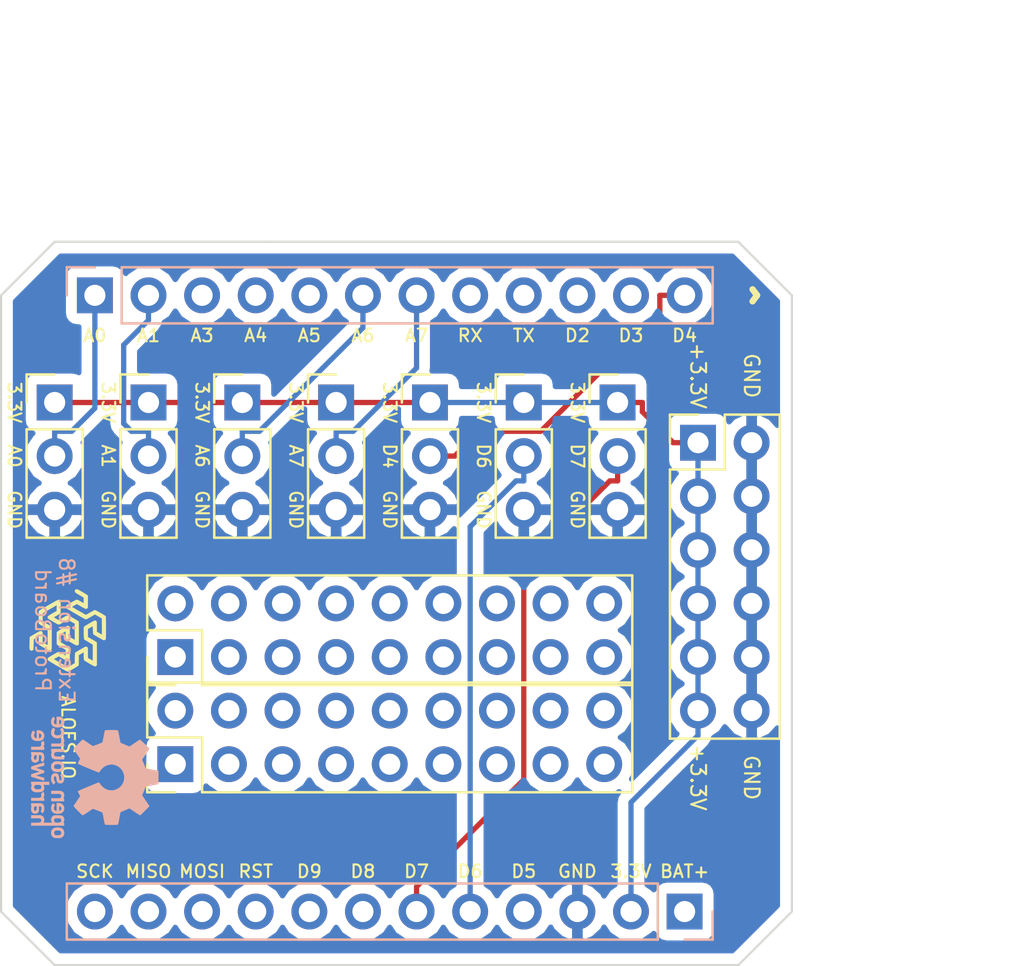
<source format=kicad_pcb>
(kicad_pcb (version 4) (host pcbnew 4.0.7-e2-6376~60~ubuntu17.10.1)

  (general
    (links 33)
    (no_connects 0)
    (area 144.094999 88.849999 181.660001 123.240001)
    (thickness 1.6)
    (drawings 63)
    (tracks 54)
    (zones 0)
    (modules 14)
    (nets 61)
  )

  (page A4)
  (layers
    (0 F.Cu signal)
    (31 B.Cu signal)
    (32 B.Adhes user)
    (33 F.Adhes user)
    (34 B.Paste user)
    (35 F.Paste user)
    (36 B.SilkS user)
    (37 F.SilkS user)
    (38 B.Mask user)
    (39 F.Mask user)
    (40 Dwgs.User user)
    (41 Cmts.User user)
    (42 Eco1.User user)
    (43 Eco2.User user)
    (44 Edge.Cuts user)
    (45 Margin user)
    (46 B.CrtYd user)
    (47 F.CrtYd user)
    (48 B.Fab user)
    (49 F.Fab user)
  )

  (setup
    (last_trace_width 0.25)
    (trace_clearance 0.2)
    (zone_clearance 0.508)
    (zone_45_only yes)
    (trace_min 0.2)
    (segment_width 0.2)
    (edge_width 0.1)
    (via_size 0.6)
    (via_drill 0.4)
    (via_min_size 0.4)
    (via_min_drill 0.3)
    (uvia_size 0.3)
    (uvia_drill 0.1)
    (uvias_allowed no)
    (uvia_min_size 0.2)
    (uvia_min_drill 0.1)
    (pcb_text_width 0.3)
    (pcb_text_size 1.5 1.5)
    (mod_edge_width 0.15)
    (mod_text_size 1 1)
    (mod_text_width 0.15)
    (pad_size 1.5 1.5)
    (pad_drill 0.6)
    (pad_to_mask_clearance 0)
    (aux_axis_origin 0 0)
    (visible_elements FFFFFF7F)
    (pcbplotparams
      (layerselection 0x010ff_80000001)
      (usegerberextensions true)
      (excludeedgelayer true)
      (linewidth 0.100000)
      (plotframeref false)
      (viasonmask false)
      (mode 1)
      (useauxorigin false)
      (hpglpennumber 1)
      (hpglpenspeed 20)
      (hpglpendiameter 15)
      (hpglpenoverlay 2)
      (psnegative false)
      (psa4output false)
      (plotreference true)
      (plotvalue true)
      (plotinvisibletext false)
      (padsonsilk false)
      (subtractmaskfromsilk false)
      (outputformat 1)
      (mirror false)
      (drillshape 0)
      (scaleselection 1)
      (outputdirectory /home/ed/Kicad/Cosmonode_full/Cosmonode_ext08/gerber/))
  )

  (net 0 "")
  (net 1 +3V3)
  (net 2 GND)
  (net 3 A1)
  (net 4 A0)
  (net 5 A3)
  (net 6 A4)
  (net 7 A5)
  (net 8 A6)
  (net 9 A7)
  (net 10 RX)
  (net 11 TX)
  (net 12 D2)
  (net 13 D3)
  (net 14 D4)
  (net 15 +BATT)
  (net 16 D5)
  (net 17 D6)
  (net 18 D7)
  (net 19 D8)
  (net 20 D9)
  (net 21 RST)
  (net 22 MOSI)
  (net 23 MISO)
  (net 24 SCK)
  (net 25 "Net-(J13-Pad1)")
  (net 26 "Net-(J13-Pad2)")
  (net 27 "Net-(J13-Pad3)")
  (net 28 "Net-(J13-Pad4)")
  (net 29 "Net-(J13-Pad5)")
  (net 30 "Net-(J13-Pad6)")
  (net 31 "Net-(J13-Pad7)")
  (net 32 "Net-(J13-Pad8)")
  (net 33 "Net-(J13-Pad9)")
  (net 34 "Net-(J13-Pad10)")
  (net 35 "Net-(J13-Pad11)")
  (net 36 "Net-(J13-Pad12)")
  (net 37 "Net-(J14-Pad1)")
  (net 38 "Net-(J14-Pad2)")
  (net 39 "Net-(J14-Pad3)")
  (net 40 "Net-(J14-Pad4)")
  (net 41 "Net-(J14-Pad5)")
  (net 42 "Net-(J14-Pad6)")
  (net 43 "Net-(J14-Pad7)")
  (net 44 "Net-(J14-Pad8)")
  (net 45 "Net-(J14-Pad9)")
  (net 46 "Net-(J14-Pad10)")
  (net 47 "Net-(J14-Pad11)")
  (net 48 "Net-(J14-Pad12)")
  (net 49 "Net-(J13-Pad13)")
  (net 50 "Net-(J13-Pad14)")
  (net 51 "Net-(J13-Pad15)")
  (net 52 "Net-(J13-Pad16)")
  (net 53 "Net-(J13-Pad17)")
  (net 54 "Net-(J13-Pad18)")
  (net 55 "Net-(J14-Pad13)")
  (net 56 "Net-(J14-Pad14)")
  (net 57 "Net-(J14-Pad15)")
  (net 58 "Net-(J14-Pad16)")
  (net 59 "Net-(J14-Pad17)")
  (net 60 "Net-(J14-Pad18)")

  (net_class Default "Ceci est la Netclass par défaut"
    (clearance 0.2)
    (trace_width 0.25)
    (via_dia 0.6)
    (via_drill 0.4)
    (uvia_dia 0.3)
    (uvia_drill 0.1)
    (add_net +3V3)
    (add_net +BATT)
    (add_net A0)
    (add_net A1)
    (add_net A3)
    (add_net A4)
    (add_net A5)
    (add_net A6)
    (add_net A7)
    (add_net D2)
    (add_net D3)
    (add_net D4)
    (add_net D5)
    (add_net D6)
    (add_net D7)
    (add_net D8)
    (add_net D9)
    (add_net GND)
    (add_net MISO)
    (add_net MOSI)
    (add_net "Net-(J13-Pad1)")
    (add_net "Net-(J13-Pad10)")
    (add_net "Net-(J13-Pad11)")
    (add_net "Net-(J13-Pad12)")
    (add_net "Net-(J13-Pad13)")
    (add_net "Net-(J13-Pad14)")
    (add_net "Net-(J13-Pad15)")
    (add_net "Net-(J13-Pad16)")
    (add_net "Net-(J13-Pad17)")
    (add_net "Net-(J13-Pad18)")
    (add_net "Net-(J13-Pad2)")
    (add_net "Net-(J13-Pad3)")
    (add_net "Net-(J13-Pad4)")
    (add_net "Net-(J13-Pad5)")
    (add_net "Net-(J13-Pad6)")
    (add_net "Net-(J13-Pad7)")
    (add_net "Net-(J13-Pad8)")
    (add_net "Net-(J13-Pad9)")
    (add_net "Net-(J14-Pad1)")
    (add_net "Net-(J14-Pad10)")
    (add_net "Net-(J14-Pad11)")
    (add_net "Net-(J14-Pad12)")
    (add_net "Net-(J14-Pad13)")
    (add_net "Net-(J14-Pad14)")
    (add_net "Net-(J14-Pad15)")
    (add_net "Net-(J14-Pad16)")
    (add_net "Net-(J14-Pad17)")
    (add_net "Net-(J14-Pad18)")
    (add_net "Net-(J14-Pad2)")
    (add_net "Net-(J14-Pad3)")
    (add_net "Net-(J14-Pad4)")
    (add_net "Net-(J14-Pad5)")
    (add_net "Net-(J14-Pad6)")
    (add_net "Net-(J14-Pad7)")
    (add_net "Net-(J14-Pad8)")
    (add_net "Net-(J14-Pad9)")
    (add_net RST)
    (add_net RX)
    (add_net SCK)
    (add_net TX)
  )

  (module Symbols:OSHW-Logo_5.7x6mm_SilkScreen (layer B.Cu) (tedit 0) (tstamp 59FB80BE)
    (at 148.59 114.3 90)
    (descr "Open Source Hardware Logo")
    (tags "Logo OSHW")
    (path /59D41889)
    (attr virtual)
    (fp_text reference J1 (at 0 0 90) (layer B.SilkS) hide
      (effects (font (size 1 1) (thickness 0.15)) (justify mirror))
    )
    (fp_text value OSHW_Logo (at 0.75 0 90) (layer B.Fab) hide
      (effects (font (size 1 1) (thickness 0.15)) (justify mirror))
    )
    (fp_poly (pts (xy -1.908759 -1.469184) (xy -1.882247 -1.482282) (xy -1.849553 -1.505106) (xy -1.825725 -1.529996)
      (xy -1.809406 -1.561249) (xy -1.79924 -1.603166) (xy -1.793872 -1.660044) (xy -1.791944 -1.736184)
      (xy -1.791831 -1.768917) (xy -1.792161 -1.840656) (xy -1.793527 -1.891927) (xy -1.7965 -1.927404)
      (xy -1.801649 -1.951763) (xy -1.809543 -1.96968) (xy -1.817757 -1.981902) (xy -1.870187 -2.033905)
      (xy -1.93193 -2.065184) (xy -1.998536 -2.074592) (xy -2.065558 -2.06098) (xy -2.086792 -2.051354)
      (xy -2.137624 -2.024859) (xy -2.137624 -2.440052) (xy -2.100525 -2.420868) (xy -2.051643 -2.406025)
      (xy -1.991561 -2.402222) (xy -1.931564 -2.409243) (xy -1.886256 -2.425013) (xy -1.848675 -2.455047)
      (xy -1.816564 -2.498024) (xy -1.81415 -2.502436) (xy -1.803967 -2.523221) (xy -1.79653 -2.54417)
      (xy -1.791411 -2.569548) (xy -1.788181 -2.603618) (xy -1.786413 -2.650641) (xy -1.785677 -2.714882)
      (xy -1.785544 -2.787176) (xy -1.785544 -3.017822) (xy -1.923861 -3.017822) (xy -1.923861 -2.592533)
      (xy -1.962549 -2.559979) (xy -2.002738 -2.53394) (xy -2.040797 -2.529205) (xy -2.079066 -2.541389)
      (xy -2.099462 -2.55332) (xy -2.114642 -2.570313) (xy -2.125438 -2.595995) (xy -2.132683 -2.633991)
      (xy -2.137208 -2.687926) (xy -2.139844 -2.761425) (xy -2.140772 -2.810347) (xy -2.143911 -3.011535)
      (xy -2.209926 -3.015336) (xy -2.27594 -3.019136) (xy -2.27594 -1.77065) (xy -2.137624 -1.77065)
      (xy -2.134097 -1.840254) (xy -2.122215 -1.888569) (xy -2.10002 -1.918631) (xy -2.065559 -1.933471)
      (xy -2.030742 -1.936436) (xy -1.991329 -1.933028) (xy -1.965171 -1.919617) (xy -1.948814 -1.901896)
      (xy -1.935937 -1.882835) (xy -1.928272 -1.861601) (xy -1.924861 -1.831849) (xy -1.924749 -1.787236)
      (xy -1.925897 -1.74988) (xy -1.928532 -1.693604) (xy -1.932456 -1.656658) (xy -1.939063 -1.633223)
      (xy -1.949749 -1.61748) (xy -1.959833 -1.60838) (xy -2.00197 -1.588537) (xy -2.05184 -1.585332)
      (xy -2.080476 -1.592168) (xy -2.108828 -1.616464) (xy -2.127609 -1.663728) (xy -2.136712 -1.733624)
      (xy -2.137624 -1.77065) (xy -2.27594 -1.77065) (xy -2.27594 -1.458614) (xy -2.206782 -1.458614)
      (xy -2.16526 -1.460256) (xy -2.143838 -1.466087) (xy -2.137626 -1.477461) (xy -2.137624 -1.477798)
      (xy -2.134742 -1.488938) (xy -2.12203 -1.487673) (xy -2.096757 -1.475433) (xy -2.037869 -1.456707)
      (xy -1.971615 -1.454739) (xy -1.908759 -1.469184)) (layer B.SilkS) (width 0.01))
    (fp_poly (pts (xy -1.38421 -2.406555) (xy -1.325055 -2.422339) (xy -1.280023 -2.450948) (xy -1.248246 -2.488419)
      (xy -1.238366 -2.504411) (xy -1.231073 -2.521163) (xy -1.225974 -2.542592) (xy -1.222679 -2.572616)
      (xy -1.220797 -2.615154) (xy -1.219937 -2.674122) (xy -1.219707 -2.75344) (xy -1.219703 -2.774484)
      (xy -1.219703 -3.017822) (xy -1.280059 -3.017822) (xy -1.318557 -3.015126) (xy -1.347023 -3.008295)
      (xy -1.354155 -3.004083) (xy -1.373652 -2.996813) (xy -1.393566 -3.004083) (xy -1.426353 -3.01316)
      (xy -1.473978 -3.016813) (xy -1.526764 -3.015228) (xy -1.575036 -3.008589) (xy -1.603218 -3.000072)
      (xy -1.657753 -2.965063) (xy -1.691835 -2.916479) (xy -1.707157 -2.851882) (xy -1.707299 -2.850223)
      (xy -1.705955 -2.821566) (xy -1.584356 -2.821566) (xy -1.573726 -2.854161) (xy -1.55641 -2.872505)
      (xy -1.521652 -2.886379) (xy -1.475773 -2.891917) (xy -1.428988 -2.889191) (xy -1.391514 -2.878274)
      (xy -1.381015 -2.871269) (xy -1.362668 -2.838904) (xy -1.35802 -2.802111) (xy -1.35802 -2.753763)
      (xy -1.427582 -2.753763) (xy -1.493667 -2.75885) (xy -1.543764 -2.773263) (xy -1.574929 -2.795729)
      (xy -1.584356 -2.821566) (xy -1.705955 -2.821566) (xy -1.703987 -2.779647) (xy -1.68071 -2.723845)
      (xy -1.636948 -2.681647) (xy -1.630899 -2.677808) (xy -1.604907 -2.665309) (xy -1.572735 -2.65774)
      (xy -1.52776 -2.654061) (xy -1.474331 -2.653216) (xy -1.35802 -2.653169) (xy -1.35802 -2.604411)
      (xy -1.362953 -2.566581) (xy -1.375543 -2.541236) (xy -1.377017 -2.539887) (xy -1.405034 -2.5288)
      (xy -1.447326 -2.524503) (xy -1.494064 -2.526615) (xy -1.535418 -2.534756) (xy -1.559957 -2.546965)
      (xy -1.573253 -2.556746) (xy -1.587294 -2.558613) (xy -1.606671 -2.5506) (xy -1.635976 -2.530739)
      (xy -1.679803 -2.497063) (xy -1.683825 -2.493909) (xy -1.681764 -2.482236) (xy -1.664568 -2.462822)
      (xy -1.638433 -2.441248) (xy -1.609552 -2.423096) (xy -1.600478 -2.418809) (xy -1.56738 -2.410256)
      (xy -1.51888 -2.404155) (xy -1.464695 -2.401708) (xy -1.462161 -2.401703) (xy -1.38421 -2.406555)) (layer B.SilkS) (width 0.01))
    (fp_poly (pts (xy -0.993356 -2.40302) (xy -0.974539 -2.40866) (xy -0.968473 -2.421053) (xy -0.968218 -2.426647)
      (xy -0.967129 -2.44223) (xy -0.959632 -2.444676) (xy -0.939381 -2.433993) (xy -0.927351 -2.426694)
      (xy -0.8894 -2.411063) (xy -0.844072 -2.403334) (xy -0.796544 -2.40274) (xy -0.751995 -2.408513)
      (xy -0.715602 -2.419884) (xy -0.692543 -2.436088) (xy -0.687996 -2.456355) (xy -0.690291 -2.461843)
      (xy -0.70702 -2.484626) (xy -0.732963 -2.512647) (xy -0.737655 -2.517177) (xy -0.762383 -2.538005)
      (xy -0.783718 -2.544735) (xy -0.813555 -2.540038) (xy -0.825508 -2.536917) (xy -0.862705 -2.529421)
      (xy -0.888859 -2.532792) (xy -0.910946 -2.544681) (xy -0.931178 -2.560635) (xy -0.946079 -2.5807)
      (xy -0.956434 -2.608702) (xy -0.963029 -2.648467) (xy -0.966649 -2.703823) (xy -0.968078 -2.778594)
      (xy -0.968218 -2.82374) (xy -0.968218 -3.017822) (xy -1.09396 -3.017822) (xy -1.09396 -2.401683)
      (xy -1.031089 -2.401683) (xy -0.993356 -2.40302)) (layer B.SilkS) (width 0.01))
    (fp_poly (pts (xy -0.201188 -3.017822) (xy -0.270346 -3.017822) (xy -0.310488 -3.016645) (xy -0.331394 -3.011772)
      (xy -0.338922 -3.001186) (xy -0.339505 -2.994029) (xy -0.340774 -2.979676) (xy -0.348779 -2.976923)
      (xy -0.369815 -2.985771) (xy -0.386173 -2.994029) (xy -0.448977 -3.013597) (xy -0.517248 -3.014729)
      (xy -0.572752 -3.000135) (xy -0.624438 -2.964877) (xy -0.663838 -2.912835) (xy -0.685413 -2.85145)
      (xy -0.685962 -2.848018) (xy -0.689167 -2.810571) (xy -0.690761 -2.756813) (xy -0.690633 -2.716155)
      (xy -0.553279 -2.716155) (xy -0.550097 -2.770194) (xy -0.542859 -2.814735) (xy -0.53306 -2.839888)
      (xy -0.495989 -2.87426) (xy -0.451974 -2.886582) (xy -0.406584 -2.876618) (xy -0.367797 -2.846895)
      (xy -0.353108 -2.826905) (xy -0.344519 -2.80305) (xy -0.340496 -2.76823) (xy -0.339505 -2.71593)
      (xy -0.341278 -2.664139) (xy -0.345963 -2.618634) (xy -0.352603 -2.588181) (xy -0.35371 -2.585452)
      (xy -0.380491 -2.553) (xy -0.419579 -2.535183) (xy -0.463315 -2.532306) (xy -0.504038 -2.544674)
      (xy -0.534087 -2.572593) (xy -0.537204 -2.578148) (xy -0.546961 -2.612022) (xy -0.552277 -2.660728)
      (xy -0.553279 -2.716155) (xy -0.690633 -2.716155) (xy -0.690568 -2.69554) (xy -0.689664 -2.662563)
      (xy -0.683514 -2.580981) (xy -0.670733 -2.51973) (xy -0.649471 -2.474449) (xy -0.617878 -2.440779)
      (xy -0.587207 -2.421014) (xy -0.544354 -2.40712) (xy -0.491056 -2.402354) (xy -0.43648 -2.406236)
      (xy -0.389792 -2.418282) (xy -0.365124 -2.432693) (xy -0.339505 -2.455878) (xy -0.339505 -2.162773)
      (xy -0.201188 -2.162773) (xy -0.201188 -3.017822)) (layer B.SilkS) (width 0.01))
    (fp_poly (pts (xy 0.281524 -2.404237) (xy 0.331255 -2.407971) (xy 0.461291 -2.797773) (xy 0.481678 -2.728614)
      (xy 0.493946 -2.685874) (xy 0.510085 -2.628115) (xy 0.527512 -2.564625) (xy 0.536726 -2.53057)
      (xy 0.571388 -2.401683) (xy 0.714391 -2.401683) (xy 0.671646 -2.536857) (xy 0.650596 -2.603342)
      (xy 0.625167 -2.683539) (xy 0.59861 -2.767193) (xy 0.574902 -2.841782) (xy 0.520902 -3.011535)
      (xy 0.462598 -3.015328) (xy 0.404295 -3.019122) (xy 0.372679 -2.914734) (xy 0.353182 -2.849889)
      (xy 0.331904 -2.7784) (xy 0.313308 -2.715263) (xy 0.312574 -2.71275) (xy 0.298684 -2.669969)
      (xy 0.286429 -2.640779) (xy 0.277846 -2.629741) (xy 0.276082 -2.631018) (xy 0.269891 -2.64813)
      (xy 0.258128 -2.684787) (xy 0.242225 -2.736378) (xy 0.223614 -2.798294) (xy 0.213543 -2.832352)
      (xy 0.159007 -3.017822) (xy 0.043264 -3.017822) (xy -0.049263 -2.725471) (xy -0.075256 -2.643462)
      (xy -0.098934 -2.568987) (xy -0.11918 -2.505544) (xy -0.134874 -2.456632) (xy -0.144898 -2.425749)
      (xy -0.147945 -2.416726) (xy -0.145533 -2.407487) (xy -0.126592 -2.403441) (xy -0.087177 -2.403846)
      (xy -0.081007 -2.404152) (xy -0.007914 -2.407971) (xy 0.039957 -2.58401) (xy 0.057553 -2.648211)
      (xy 0.073277 -2.704649) (xy 0.085746 -2.748422) (xy 0.093574 -2.77463) (xy 0.09502 -2.778903)
      (xy 0.101014 -2.77399) (xy 0.113101 -2.748532) (xy 0.129893 -2.705997) (xy 0.150003 -2.64985)
      (xy 0.167003 -2.59913) (xy 0.231794 -2.400504) (xy 0.281524 -2.404237)) (layer B.SilkS) (width 0.01))
    (fp_poly (pts (xy 1.038411 -2.405417) (xy 1.091411 -2.41829) (xy 1.106731 -2.42511) (xy 1.136428 -2.442974)
      (xy 1.15922 -2.463093) (xy 1.176083 -2.488962) (xy 1.187998 -2.524073) (xy 1.195942 -2.57192)
      (xy 1.200894 -2.635996) (xy 1.203831 -2.719794) (xy 1.204947 -2.775768) (xy 1.209052 -3.017822)
      (xy 1.138932 -3.017822) (xy 1.096393 -3.016038) (xy 1.074476 -3.009942) (xy 1.068812 -2.999706)
      (xy 1.065821 -2.988637) (xy 1.052451 -2.990754) (xy 1.034233 -2.999629) (xy 0.988624 -3.013233)
      (xy 0.930007 -3.016899) (xy 0.868354 -3.010903) (xy 0.813638 -2.995521) (xy 0.80873 -2.993386)
      (xy 0.758723 -2.958255) (xy 0.725756 -2.909419) (xy 0.710587 -2.852333) (xy 0.711746 -2.831824)
      (xy 0.835508 -2.831824) (xy 0.846413 -2.859425) (xy 0.878745 -2.879204) (xy 0.93091 -2.889819)
      (xy 0.958787 -2.891228) (xy 1.005247 -2.88762) (xy 1.036129 -2.873597) (xy 1.043664 -2.866931)
      (xy 1.064076 -2.830666) (xy 1.068812 -2.797773) (xy 1.068812 -2.753763) (xy 1.007513 -2.753763)
      (xy 0.936256 -2.757395) (xy 0.886276 -2.768818) (xy 0.854696 -2.788824) (xy 0.847626 -2.797743)
      (xy 0.835508 -2.831824) (xy 0.711746 -2.831824) (xy 0.713971 -2.792456) (xy 0.736663 -2.735244)
      (xy 0.767624 -2.69658) (xy 0.786376 -2.679864) (xy 0.804733 -2.668878) (xy 0.828619 -2.66218)
      (xy 0.863957 -2.658326) (xy 0.916669 -2.655873) (xy 0.937577 -2.655168) (xy 1.068812 -2.650879)
      (xy 1.06862 -2.611158) (xy 1.063537 -2.569405) (xy 1.045162 -2.544158) (xy 1.008039 -2.52803)
      (xy 1.007043 -2.527742) (xy 0.95441 -2.5214) (xy 0.902906 -2.529684) (xy 0.86463 -2.549827)
      (xy 0.849272 -2.559773) (xy 0.83273 -2.558397) (xy 0.807275 -2.543987) (xy 0.792328 -2.533817)
      (xy 0.763091 -2.512088) (xy 0.74498 -2.4958) (xy 0.742074 -2.491137) (xy 0.75404 -2.467005)
      (xy 0.789396 -2.438185) (xy 0.804753 -2.428461) (xy 0.848901 -2.411714) (xy 0.908398 -2.402227)
      (xy 0.974487 -2.400095) (xy 1.038411 -2.405417)) (layer B.SilkS) (width 0.01))
    (fp_poly (pts (xy 1.635255 -2.401486) (xy 1.683595 -2.411015) (xy 1.711114 -2.425125) (xy 1.740064 -2.448568)
      (xy 1.698876 -2.500571) (xy 1.673482 -2.532064) (xy 1.656238 -2.547428) (xy 1.639102 -2.549776)
      (xy 1.614027 -2.542217) (xy 1.602257 -2.537941) (xy 1.55427 -2.531631) (xy 1.510324 -2.545156)
      (xy 1.47806 -2.57571) (xy 1.472819 -2.585452) (xy 1.467112 -2.611258) (xy 1.462706 -2.658817)
      (xy 1.459811 -2.724758) (xy 1.458631 -2.80571) (xy 1.458614 -2.817226) (xy 1.458614 -3.017822)
      (xy 1.320297 -3.017822) (xy 1.320297 -2.401683) (xy 1.389456 -2.401683) (xy 1.429333 -2.402725)
      (xy 1.450107 -2.407358) (xy 1.457789 -2.417849) (xy 1.458614 -2.427745) (xy 1.458614 -2.453806)
      (xy 1.491745 -2.427745) (xy 1.529735 -2.409965) (xy 1.58077 -2.401174) (xy 1.635255 -2.401486)) (layer B.SilkS) (width 0.01))
    (fp_poly (pts (xy 2.032581 -2.40497) (xy 2.092685 -2.420597) (xy 2.143021 -2.452848) (xy 2.167393 -2.47694)
      (xy 2.207345 -2.533895) (xy 2.230242 -2.599965) (xy 2.238108 -2.681182) (xy 2.238148 -2.687748)
      (xy 2.238218 -2.753763) (xy 1.858264 -2.753763) (xy 1.866363 -2.788342) (xy 1.880987 -2.819659)
      (xy 1.906581 -2.852291) (xy 1.911935 -2.8575) (xy 1.957943 -2.885694) (xy 2.01041 -2.890475)
      (xy 2.070803 -2.871926) (xy 2.08104 -2.866931) (xy 2.112439 -2.851745) (xy 2.13347 -2.843094)
      (xy 2.137139 -2.842293) (xy 2.149948 -2.850063) (xy 2.174378 -2.869072) (xy 2.186779 -2.87946)
      (xy 2.212476 -2.903321) (xy 2.220915 -2.919077) (xy 2.215058 -2.933571) (xy 2.211928 -2.937534)
      (xy 2.190725 -2.954879) (xy 2.155738 -2.975959) (xy 2.131337 -2.988265) (xy 2.062072 -3.009946)
      (xy 1.985388 -3.016971) (xy 1.912765 -3.008647) (xy 1.892426 -3.002686) (xy 1.829476 -2.968952)
      (xy 1.782815 -2.917045) (xy 1.752173 -2.846459) (xy 1.737282 -2.756692) (xy 1.735647 -2.709753)
      (xy 1.740421 -2.641413) (xy 1.86099 -2.641413) (xy 1.872652 -2.646465) (xy 1.903998 -2.650429)
      (xy 1.949571 -2.652768) (xy 1.980446 -2.653169) (xy 2.035981 -2.652783) (xy 2.071033 -2.650975)
      (xy 2.090262 -2.646773) (xy 2.09833 -2.639203) (xy 2.099901 -2.628218) (xy 2.089121 -2.594381)
      (xy 2.06198 -2.56094) (xy 2.026277 -2.535272) (xy 1.99056 -2.524772) (xy 1.942048 -2.534086)
      (xy 1.900053 -2.561013) (xy 1.870936 -2.599827) (xy 1.86099 -2.641413) (xy 1.740421 -2.641413)
      (xy 1.742599 -2.610236) (xy 1.764055 -2.530949) (xy 1.80047 -2.471263) (xy 1.852297 -2.430549)
      (xy 1.91999 -2.408179) (xy 1.956662 -2.403871) (xy 2.032581 -2.40497)) (layer B.SilkS) (width 0.01))
    (fp_poly (pts (xy -2.538261 -1.465148) (xy -2.472479 -1.494231) (xy -2.42254 -1.542793) (xy -2.388374 -1.610908)
      (xy -2.369907 -1.698651) (xy -2.368583 -1.712351) (xy -2.367546 -1.808939) (xy -2.380993 -1.893602)
      (xy -2.408108 -1.962221) (xy -2.422627 -1.984294) (xy -2.473201 -2.031011) (xy -2.537609 -2.061268)
      (xy -2.609666 -2.073824) (xy -2.683185 -2.067439) (xy -2.739072 -2.047772) (xy -2.787132 -2.014629)
      (xy -2.826412 -1.971175) (xy -2.827092 -1.970158) (xy -2.843044 -1.943338) (xy -2.85341 -1.916368)
      (xy -2.859688 -1.882332) (xy -2.863373 -1.83431) (xy -2.864997 -1.794931) (xy -2.865672 -1.759219)
      (xy -2.739955 -1.759219) (xy -2.738726 -1.79477) (xy -2.734266 -1.842094) (xy -2.726397 -1.872465)
      (xy -2.712207 -1.894072) (xy -2.698917 -1.906694) (xy -2.651802 -1.933122) (xy -2.602505 -1.936653)
      (xy -2.556593 -1.917639) (xy -2.533638 -1.896331) (xy -2.517096 -1.874859) (xy -2.507421 -1.854313)
      (xy -2.503174 -1.827574) (xy -2.50292 -1.787523) (xy -2.504228 -1.750638) (xy -2.507043 -1.697947)
      (xy -2.511505 -1.663772) (xy -2.519548 -1.64148) (xy -2.533103 -1.624442) (xy -2.543845 -1.614703)
      (xy -2.588777 -1.589123) (xy -2.637249 -1.587847) (xy -2.677894 -1.602999) (xy -2.712567 -1.634642)
      (xy -2.733224 -1.68662) (xy -2.739955 -1.759219) (xy -2.865672 -1.759219) (xy -2.866479 -1.716621)
      (xy -2.863948 -1.658056) (xy -2.856362 -1.614007) (xy -2.842681 -1.579248) (xy -2.821865 -1.548551)
      (xy -2.814147 -1.539436) (xy -2.765889 -1.494021) (xy -2.714128 -1.467493) (xy -2.650828 -1.456379)
      (xy -2.619961 -1.455471) (xy -2.538261 -1.465148)) (layer B.SilkS) (width 0.01))
    (fp_poly (pts (xy -1.356699 -1.472614) (xy -1.344168 -1.478514) (xy -1.300799 -1.510283) (xy -1.25979 -1.556646)
      (xy -1.229168 -1.607696) (xy -1.220459 -1.631166) (xy -1.212512 -1.673091) (xy -1.207774 -1.723757)
      (xy -1.207199 -1.744679) (xy -1.207129 -1.810693) (xy -1.587083 -1.810693) (xy -1.578983 -1.845273)
      (xy -1.559104 -1.88617) (xy -1.524347 -1.921514) (xy -1.482998 -1.944282) (xy -1.456649 -1.94901)
      (xy -1.420916 -1.943273) (xy -1.378282 -1.928882) (xy -1.363799 -1.922262) (xy -1.31024 -1.895513)
      (xy -1.264533 -1.930376) (xy -1.238158 -1.953955) (xy -1.224124 -1.973417) (xy -1.223414 -1.979129)
      (xy -1.235951 -1.992973) (xy -1.263428 -2.014012) (xy -1.288366 -2.030425) (xy -1.355664 -2.05993)
      (xy -1.43111 -2.073284) (xy -1.505888 -2.069812) (xy -1.565495 -2.051663) (xy -1.626941 -2.012784)
      (xy -1.670608 -1.961595) (xy -1.697926 -1.895367) (xy -1.710322 -1.811371) (xy -1.711421 -1.772936)
      (xy -1.707022 -1.684861) (xy -1.706482 -1.682299) (xy -1.580582 -1.682299) (xy -1.577115 -1.690558)
      (xy -1.562863 -1.695113) (xy -1.53347 -1.697065) (xy -1.484575 -1.697517) (xy -1.465748 -1.697525)
      (xy -1.408467 -1.696843) (xy -1.372141 -1.694364) (xy -1.352604 -1.689443) (xy -1.34569 -1.681434)
      (xy -1.345445 -1.678862) (xy -1.353336 -1.658423) (xy -1.373085 -1.629789) (xy -1.381575 -1.619763)
      (xy -1.413094 -1.591408) (xy -1.445949 -1.580259) (xy -1.463651 -1.579327) (xy -1.511539 -1.590981)
      (xy -1.551699 -1.622285) (xy -1.577173 -1.667752) (xy -1.577625 -1.669233) (xy -1.580582 -1.682299)
      (xy -1.706482 -1.682299) (xy -1.692392 -1.61551) (xy -1.666038 -1.560025) (xy -1.633807 -1.520639)
      (xy -1.574217 -1.477931) (xy -1.504168 -1.455109) (xy -1.429661 -1.453046) (xy -1.356699 -1.472614)) (layer B.SilkS) (width 0.01))
    (fp_poly (pts (xy 0.014017 -1.456452) (xy 0.061634 -1.465482) (xy 0.111034 -1.48437) (xy 0.116312 -1.486777)
      (xy 0.153774 -1.506476) (xy 0.179717 -1.524781) (xy 0.188103 -1.536508) (xy 0.180117 -1.555632)
      (xy 0.16072 -1.58385) (xy 0.15211 -1.594384) (xy 0.116628 -1.635847) (xy 0.070885 -1.608858)
      (xy 0.02735 -1.590878) (xy -0.02295 -1.581267) (xy -0.071188 -1.58066) (xy -0.108533 -1.589691)
      (xy -0.117495 -1.595327) (xy -0.134563 -1.621171) (xy -0.136637 -1.650941) (xy -0.123866 -1.674197)
      (xy -0.116312 -1.678708) (xy -0.093675 -1.684309) (xy -0.053885 -1.690892) (xy -0.004834 -1.697183)
      (xy 0.004215 -1.69817) (xy 0.082996 -1.711798) (xy 0.140136 -1.734946) (xy 0.17803 -1.769752)
      (xy 0.199079 -1.818354) (xy 0.205635 -1.877718) (xy 0.196577 -1.945198) (xy 0.167164 -1.998188)
      (xy 0.117278 -2.036783) (xy 0.0468 -2.061081) (xy -0.031435 -2.070667) (xy -0.095234 -2.070552)
      (xy -0.146984 -2.061845) (xy -0.182327 -2.049825) (xy -0.226983 -2.02888) (xy -0.268253 -2.004574)
      (xy -0.282921 -1.993876) (xy -0.320643 -1.963084) (xy -0.275148 -1.917049) (xy -0.229653 -1.871013)
      (xy -0.177928 -1.905243) (xy -0.126048 -1.930952) (xy -0.070649 -1.944399) (xy -0.017395 -1.945818)
      (xy 0.028049 -1.935443) (xy 0.060016 -1.913507) (xy 0.070338 -1.894998) (xy 0.068789 -1.865314)
      (xy 0.04314 -1.842615) (xy -0.00654 -1.82694) (xy -0.060969 -1.819695) (xy -0.144736 -1.805873)
      (xy -0.206967 -1.779796) (xy -0.248493 -1.740699) (xy -0.270147 -1.68782) (xy -0.273147 -1.625126)
      (xy -0.258329 -1.559642) (xy -0.224546 -1.510144) (xy -0.171495 -1.476408) (xy -0.098874 -1.458207)
      (xy -0.045072 -1.454639) (xy 0.014017 -1.456452)) (layer B.SilkS) (width 0.01))
    (fp_poly (pts (xy 0.610762 -1.466055) (xy 0.674363 -1.500692) (xy 0.724123 -1.555372) (xy 0.747568 -1.599842)
      (xy 0.757634 -1.639121) (xy 0.764156 -1.695116) (xy 0.766951 -1.759621) (xy 0.765836 -1.824429)
      (xy 0.760626 -1.881334) (xy 0.754541 -1.911727) (xy 0.734014 -1.953306) (xy 0.698463 -1.997468)
      (xy 0.655619 -2.036087) (xy 0.613211 -2.061034) (xy 0.612177 -2.06143) (xy 0.559553 -2.072331)
      (xy 0.497188 -2.072601) (xy 0.437924 -2.062676) (xy 0.41504 -2.054722) (xy 0.356102 -2.0213)
      (xy 0.31389 -1.977511) (xy 0.286156 -1.919538) (xy 0.270651 -1.843565) (xy 0.267143 -1.803771)
      (xy 0.26759 -1.753766) (xy 0.402376 -1.753766) (xy 0.406917 -1.826732) (xy 0.419986 -1.882334)
      (xy 0.440756 -1.917861) (xy 0.455552 -1.92802) (xy 0.493464 -1.935104) (xy 0.538527 -1.933007)
      (xy 0.577487 -1.922812) (xy 0.587704 -1.917204) (xy 0.614659 -1.884538) (xy 0.632451 -1.834545)
      (xy 0.640024 -1.773705) (xy 0.636325 -1.708497) (xy 0.628057 -1.669253) (xy 0.60432 -1.623805)
      (xy 0.566849 -1.595396) (xy 0.52172 -1.585573) (xy 0.475011 -1.595887) (xy 0.439132 -1.621112)
      (xy 0.420277 -1.641925) (xy 0.409272 -1.662439) (xy 0.404026 -1.690203) (xy 0.402449 -1.732762)
      (xy 0.402376 -1.753766) (xy 0.26759 -1.753766) (xy 0.268094 -1.69758) (xy 0.285388 -1.610501)
      (xy 0.319029 -1.54253) (xy 0.369018 -1.493664) (xy 0.435356 -1.463899) (xy 0.449601 -1.460448)
      (xy 0.53521 -1.452345) (xy 0.610762 -1.466055)) (layer B.SilkS) (width 0.01))
    (fp_poly (pts (xy 0.993367 -1.654342) (xy 0.994555 -1.746563) (xy 0.998897 -1.81661) (xy 1.007558 -1.867381)
      (xy 1.021704 -1.901772) (xy 1.0425 -1.922679) (xy 1.07111 -1.933) (xy 1.106535 -1.935636)
      (xy 1.143636 -1.932682) (xy 1.171818 -1.921889) (xy 1.192243 -1.90036) (xy 1.206079 -1.865199)
      (xy 1.214491 -1.81351) (xy 1.218643 -1.742394) (xy 1.219703 -1.654342) (xy 1.219703 -1.458614)
      (xy 1.35802 -1.458614) (xy 1.35802 -2.062179) (xy 1.288862 -2.062179) (xy 1.24717 -2.060489)
      (xy 1.225701 -2.054556) (xy 1.219703 -2.043293) (xy 1.216091 -2.033261) (xy 1.201714 -2.035383)
      (xy 1.172736 -2.04958) (xy 1.106319 -2.07148) (xy 1.035875 -2.069928) (xy 0.968377 -2.046147)
      (xy 0.936233 -2.027362) (xy 0.911715 -2.007022) (xy 0.893804 -1.981573) (xy 0.881479 -1.947458)
      (xy 0.873723 -1.901121) (xy 0.869516 -1.839007) (xy 0.86784 -1.757561) (xy 0.867624 -1.694578)
      (xy 0.867624 -1.458614) (xy 0.993367 -1.458614) (xy 0.993367 -1.654342)) (layer B.SilkS) (width 0.01))
    (fp_poly (pts (xy 2.217226 -1.46388) (xy 2.29008 -1.49483) (xy 2.313027 -1.509895) (xy 2.342354 -1.533048)
      (xy 2.360764 -1.551253) (xy 2.363961 -1.557183) (xy 2.354935 -1.57034) (xy 2.331837 -1.592667)
      (xy 2.313344 -1.60825) (xy 2.262728 -1.648926) (xy 2.22276 -1.615295) (xy 2.191874 -1.593584)
      (xy 2.161759 -1.58609) (xy 2.127292 -1.58792) (xy 2.072561 -1.601528) (xy 2.034886 -1.629772)
      (xy 2.011991 -1.675433) (xy 2.001597 -1.741289) (xy 2.001595 -1.741331) (xy 2.002494 -1.814939)
      (xy 2.016463 -1.868946) (xy 2.044328 -1.905716) (xy 2.063325 -1.918168) (xy 2.113776 -1.933673)
      (xy 2.167663 -1.933683) (xy 2.214546 -1.918638) (xy 2.225644 -1.911287) (xy 2.253476 -1.892511)
      (xy 2.275236 -1.889434) (xy 2.298704 -1.903409) (xy 2.324649 -1.92851) (xy 2.365716 -1.97088)
      (xy 2.320121 -2.008464) (xy 2.249674 -2.050882) (xy 2.170233 -2.071785) (xy 2.087215 -2.070272)
      (xy 2.032694 -2.056411) (xy 1.96897 -2.022135) (xy 1.918005 -1.968212) (xy 1.894851 -1.930149)
      (xy 1.876099 -1.875536) (xy 1.866715 -1.806369) (xy 1.866643 -1.731407) (xy 1.875824 -1.659409)
      (xy 1.894199 -1.599137) (xy 1.897093 -1.592958) (xy 1.939952 -1.532351) (xy 1.997979 -1.488224)
      (xy 2.066591 -1.461493) (xy 2.141201 -1.453073) (xy 2.217226 -1.46388)) (layer B.SilkS) (width 0.01))
    (fp_poly (pts (xy 2.677898 -1.456457) (xy 2.710096 -1.464279) (xy 2.771825 -1.492921) (xy 2.82461 -1.536667)
      (xy 2.861141 -1.589117) (xy 2.86616 -1.600893) (xy 2.873045 -1.63174) (xy 2.877864 -1.677371)
      (xy 2.879505 -1.723492) (xy 2.879505 -1.810693) (xy 2.697178 -1.810693) (xy 2.621979 -1.810978)
      (xy 2.569003 -1.812704) (xy 2.535325 -1.817181) (xy 2.51802 -1.82572) (xy 2.514163 -1.83963)
      (xy 2.520829 -1.860222) (xy 2.53277 -1.884315) (xy 2.56608 -1.924525) (xy 2.612368 -1.944558)
      (xy 2.668944 -1.943905) (xy 2.733031 -1.922101) (xy 2.788417 -1.895193) (xy 2.834375 -1.931532)
      (xy 2.880333 -1.967872) (xy 2.837096 -2.007819) (xy 2.779374 -2.045563) (xy 2.708386 -2.06832)
      (xy 2.632029 -2.074688) (xy 2.558199 -2.063268) (xy 2.546287 -2.059393) (xy 2.481399 -2.025506)
      (xy 2.43313 -1.974986) (xy 2.400465 -1.906325) (xy 2.382385 -1.818014) (xy 2.382175 -1.816121)
      (xy 2.380556 -1.719878) (xy 2.3871 -1.685542) (xy 2.514852 -1.685542) (xy 2.526584 -1.690822)
      (xy 2.558438 -1.694867) (xy 2.605397 -1.697176) (xy 2.635154 -1.697525) (xy 2.690648 -1.697306)
      (xy 2.725346 -1.695916) (xy 2.743601 -1.692251) (xy 2.749766 -1.68521) (xy 2.748195 -1.67369)
      (xy 2.746878 -1.669233) (xy 2.724382 -1.627355) (xy 2.689003 -1.593604) (xy 2.65778 -1.578773)
      (xy 2.616301 -1.579668) (xy 2.574269 -1.598164) (xy 2.539012 -1.628786) (xy 2.517854 -1.666062)
      (xy 2.514852 -1.685542) (xy 2.3871 -1.685542) (xy 2.39669 -1.635229) (xy 2.428698 -1.564191)
      (xy 2.474701 -1.508779) (xy 2.532821 -1.471009) (xy 2.60118 -1.452896) (xy 2.677898 -1.456457)) (layer B.SilkS) (width 0.01))
    (fp_poly (pts (xy -0.754012 -1.469002) (xy -0.722717 -1.48395) (xy -0.692409 -1.505541) (xy -0.669318 -1.530391)
      (xy -0.6525 -1.562087) (xy -0.641006 -1.604214) (xy -0.633891 -1.660358) (xy -0.630207 -1.734106)
      (xy -0.629008 -1.829044) (xy -0.628989 -1.838985) (xy -0.628713 -2.062179) (xy -0.76703 -2.062179)
      (xy -0.76703 -1.856418) (xy -0.767128 -1.780189) (xy -0.767809 -1.724939) (xy -0.769651 -1.686501)
      (xy -0.773233 -1.660706) (xy -0.779132 -1.643384) (xy -0.787927 -1.630368) (xy -0.80018 -1.617507)
      (xy -0.843047 -1.589873) (xy -0.889843 -1.584745) (xy -0.934424 -1.602217) (xy -0.949928 -1.615221)
      (xy -0.96131 -1.627447) (xy -0.969481 -1.64054) (xy -0.974974 -1.658615) (xy -0.97832 -1.685787)
      (xy -0.980051 -1.72617) (xy -0.980697 -1.783879) (xy -0.980792 -1.854132) (xy -0.980792 -2.062179)
      (xy -1.119109 -2.062179) (xy -1.119109 -1.458614) (xy -1.04995 -1.458614) (xy -1.008428 -1.460256)
      (xy -0.987006 -1.466087) (xy -0.980795 -1.477461) (xy -0.980792 -1.477798) (xy -0.97791 -1.488938)
      (xy -0.965199 -1.487674) (xy -0.939926 -1.475434) (xy -0.882605 -1.457424) (xy -0.817037 -1.455421)
      (xy -0.754012 -1.469002)) (layer B.SilkS) (width 0.01))
    (fp_poly (pts (xy 1.79946 -1.45803) (xy 1.842711 -1.471245) (xy 1.870558 -1.487941) (xy 1.879629 -1.501145)
      (xy 1.877132 -1.516797) (xy 1.860931 -1.541385) (xy 1.847232 -1.5588) (xy 1.818992 -1.590283)
      (xy 1.797775 -1.603529) (xy 1.779688 -1.602664) (xy 1.726035 -1.58901) (xy 1.68663 -1.58963)
      (xy 1.654632 -1.605104) (xy 1.64389 -1.614161) (xy 1.609505 -1.646027) (xy 1.609505 -2.062179)
      (xy 1.471188 -2.062179) (xy 1.471188 -1.458614) (xy 1.540347 -1.458614) (xy 1.581869 -1.460256)
      (xy 1.603291 -1.466087) (xy 1.609502 -1.477461) (xy 1.609505 -1.477798) (xy 1.612439 -1.489713)
      (xy 1.625704 -1.488159) (xy 1.644084 -1.479563) (xy 1.682046 -1.463568) (xy 1.712872 -1.453945)
      (xy 1.752536 -1.451478) (xy 1.79946 -1.45803)) (layer B.SilkS) (width 0.01))
    (fp_poly (pts (xy 0.376964 2.709982) (xy 0.433812 2.40843) (xy 0.853338 2.235488) (xy 1.104984 2.406605)
      (xy 1.175458 2.45425) (xy 1.239163 2.49679) (xy 1.293126 2.532285) (xy 1.334373 2.55879)
      (xy 1.359934 2.574364) (xy 1.366895 2.577722) (xy 1.379435 2.569086) (xy 1.406231 2.545208)
      (xy 1.44428 2.509141) (xy 1.490579 2.463933) (xy 1.542123 2.412636) (xy 1.595909 2.358299)
      (xy 1.648935 2.303972) (xy 1.698195 2.252705) (xy 1.740687 2.207549) (xy 1.773407 2.171554)
      (xy 1.793351 2.14777) (xy 1.798119 2.13981) (xy 1.791257 2.125135) (xy 1.77202 2.092986)
      (xy 1.74243 2.046508) (xy 1.70451 1.988844) (xy 1.660282 1.92314) (xy 1.634654 1.885664)
      (xy 1.587941 1.817232) (xy 1.546432 1.75548) (xy 1.51214 1.703481) (xy 1.48708 1.664308)
      (xy 1.473264 1.641035) (xy 1.471188 1.636145) (xy 1.475895 1.622245) (xy 1.488723 1.58985)
      (xy 1.507738 1.543515) (xy 1.531003 1.487794) (xy 1.556584 1.427242) (xy 1.582545 1.366414)
      (xy 1.60695 1.309864) (xy 1.627863 1.262148) (xy 1.643349 1.227819) (xy 1.651472 1.211432)
      (xy 1.651952 1.210788) (xy 1.664707 1.207659) (xy 1.698677 1.200679) (xy 1.75034 1.190533)
      (xy 1.816176 1.177908) (xy 1.892664 1.163491) (xy 1.93729 1.155177) (xy 2.019021 1.139616)
      (xy 2.092843 1.124808) (xy 2.155021 1.111564) (xy 2.201822 1.100695) (xy 2.229509 1.093011)
      (xy 2.235074 1.090573) (xy 2.240526 1.07407) (xy 2.244924 1.0368) (xy 2.248272 0.98312)
      (xy 2.250574 0.917388) (xy 2.251832 0.843963) (xy 2.252048 0.767204) (xy 2.251227 0.691468)
      (xy 2.249371 0.621114) (xy 2.246482 0.5605) (xy 2.242565 0.513984) (xy 2.237622 0.485925)
      (xy 2.234657 0.480084) (xy 2.216934 0.473083) (xy 2.179381 0.463073) (xy 2.126964 0.451231)
      (xy 2.064652 0.438733) (xy 2.0429 0.43469) (xy 1.938024 0.41548) (xy 1.85518 0.400009)
      (xy 1.79163 0.387663) (xy 1.744637 0.377827) (xy 1.711463 0.369886) (xy 1.689371 0.363224)
      (xy 1.675624 0.357227) (xy 1.667484 0.351281) (xy 1.666345 0.350106) (xy 1.654977 0.331174)
      (xy 1.637635 0.294331) (xy 1.61605 0.244087) (xy 1.591954 0.184954) (xy 1.567079 0.121444)
      (xy 1.543157 0.058068) (xy 1.521919 -0.000662) (xy 1.505097 -0.050235) (xy 1.494422 -0.086139)
      (xy 1.491627 -0.103862) (xy 1.49186 -0.104483) (xy 1.501331 -0.11897) (xy 1.522818 -0.150844)
      (xy 1.554063 -0.196789) (xy 1.592807 -0.253485) (xy 1.636793 -0.317617) (xy 1.649319 -0.335842)
      (xy 1.693984 -0.401914) (xy 1.733288 -0.4622) (xy 1.765088 -0.513235) (xy 1.787245 -0.55156)
      (xy 1.797617 -0.573711) (xy 1.798119 -0.576432) (xy 1.789405 -0.590736) (xy 1.765325 -0.619072)
      (xy 1.728976 -0.658396) (xy 1.683453 -0.705661) (xy 1.631852 -0.757823) (xy 1.577267 -0.811835)
      (xy 1.522794 -0.864653) (xy 1.471529 -0.913231) (xy 1.426567 -0.954523) (xy 1.391004 -0.985485)
      (xy 1.367935 -1.00307) (xy 1.361554 -1.005941) (xy 1.346699 -0.999178) (xy 1.316286 -0.980939)
      (xy 1.275268 -0.954297) (xy 1.243709 -0.932852) (xy 1.186525 -0.893503) (xy 1.118806 -0.847171)
      (xy 1.05088 -0.800913) (xy 1.014361 -0.776155) (xy 0.890752 -0.692547) (xy 0.786991 -0.74865)
      (xy 0.73972 -0.773228) (xy 0.699523 -0.792331) (xy 0.672326 -0.803227) (xy 0.665402 -0.804743)
      (xy 0.657077 -0.793549) (xy 0.640654 -0.761917) (xy 0.617357 -0.712765) (xy 0.588414 -0.64901)
      (xy 0.55505 -0.573571) (xy 0.518491 -0.489364) (xy 0.479964 -0.399308) (xy 0.440694 -0.306321)
      (xy 0.401908 -0.21332) (xy 0.36483 -0.123223) (xy 0.330689 -0.038948) (xy 0.300708 0.036587)
      (xy 0.276116 0.100466) (xy 0.258136 0.149769) (xy 0.247997 0.181579) (xy 0.246366 0.192504)
      (xy 0.259291 0.206439) (xy 0.287589 0.22906) (xy 0.325346 0.255667) (xy 0.328515 0.257772)
      (xy 0.4261 0.335886) (xy 0.504786 0.427018) (xy 0.563891 0.528255) (xy 0.602732 0.636682)
      (xy 0.620628 0.749386) (xy 0.616897 0.863452) (xy 0.590857 0.975966) (xy 0.541825 1.084015)
      (xy 0.5274 1.107655) (xy 0.452369 1.203113) (xy 0.36373 1.279768) (xy 0.264549 1.33722)
      (xy 0.157895 1.375071) (xy 0.046836 1.392922) (xy -0.065561 1.390375) (xy -0.176227 1.36703)
      (xy -0.282094 1.32249) (xy -0.380095 1.256355) (xy -0.41041 1.229513) (xy -0.487562 1.145488)
      (xy -0.543782 1.057034) (xy -0.582347 0.957885) (xy -0.603826 0.859697) (xy -0.609128 0.749303)
      (xy -0.591448 0.63836) (xy -0.552581 0.530619) (xy -0.494323 0.429831) (xy -0.418469 0.339744)
      (xy -0.326817 0.264108) (xy -0.314772 0.256136) (xy -0.276611 0.230026) (xy -0.247601 0.207405)
      (xy -0.233732 0.192961) (xy -0.233531 0.192504) (xy -0.236508 0.176879) (xy -0.248311 0.141418)
      (xy -0.267714 0.089038) (xy -0.293488 0.022655) (xy -0.324409 -0.054814) (xy -0.359249 -0.14045)
      (xy -0.396783 -0.231337) (xy -0.435783 -0.324559) (xy -0.475023 -0.417197) (xy -0.513276 -0.506335)
      (xy -0.549317 -0.589055) (xy -0.581917 -0.662441) (xy -0.609852 -0.723575) (xy -0.631895 -0.769541)
      (xy -0.646818 -0.797421) (xy -0.652828 -0.804743) (xy -0.671191 -0.799041) (xy -0.705552 -0.783749)
      (xy -0.749984 -0.761599) (xy -0.774417 -0.74865) (xy -0.878178 -0.692547) (xy -1.001787 -0.776155)
      (xy -1.064886 -0.818987) (xy -1.13397 -0.866122) (xy -1.198707 -0.910503) (xy -1.231134 -0.932852)
      (xy -1.276741 -0.963477) (xy -1.31536 -0.987747) (xy -1.341952 -1.002587) (xy -1.35059 -1.005724)
      (xy -1.363161 -0.997261) (xy -1.390984 -0.973636) (xy -1.431361 -0.937302) (xy -1.481595 -0.890711)
      (xy -1.538988 -0.836317) (xy -1.575286 -0.801392) (xy -1.63879 -0.738996) (xy -1.693673 -0.683188)
      (xy -1.737714 -0.636354) (xy -1.768695 -0.600882) (xy -1.784398 -0.579161) (xy -1.785905 -0.574752)
      (xy -1.778914 -0.557985) (xy -1.759594 -0.524082) (xy -1.730091 -0.476476) (xy -1.692545 -0.418599)
      (xy -1.6491 -0.353884) (xy -1.636745 -0.335842) (xy -1.591727 -0.270267) (xy -1.55134 -0.211228)
      (xy -1.51784 -0.162042) (xy -1.493486 -0.126028) (xy -1.480536 -0.106502) (xy -1.479285 -0.104483)
      (xy -1.481156 -0.088922) (xy -1.491087 -0.054709) (xy -1.507347 -0.006355) (xy -1.528205 0.051629)
      (xy -1.551927 0.11473) (xy -1.576784 0.178437) (xy -1.601042 0.238239) (xy -1.622971 0.289624)
      (xy -1.640838 0.328081) (xy -1.652913 0.349098) (xy -1.653771 0.350106) (xy -1.661154 0.356112)
      (xy -1.673625 0.362052) (xy -1.69392 0.36854) (xy -1.724778 0.376191) (xy -1.768934 0.38562)
      (xy -1.829126 0.397441) (xy -1.908093 0.412271) (xy -2.00857 0.430723) (xy -2.030325 0.43469)
      (xy -2.094802 0.447147) (xy -2.151011 0.459334) (xy -2.193987 0.470074) (xy -2.21876 0.478191)
      (xy -2.222082 0.480084) (xy -2.227556 0.496862) (xy -2.232006 0.534355) (xy -2.235428 0.588206)
      (xy -2.237819 0.654056) (xy -2.239177 0.727547) (xy -2.239499 0.80432) (xy -2.238781 0.880017)
      (xy -2.237021 0.95028) (xy -2.234216 1.01075) (xy -2.230362 1.05707) (xy -2.225457 1.084881)
      (xy -2.2225 1.090573) (xy -2.206037 1.096314) (xy -2.168551 1.105655) (xy -2.113775 1.117785)
      (xy -2.045445 1.131893) (xy -1.967294 1.14717) (xy -1.924716 1.155177) (xy -1.843929 1.170279)
      (xy -1.771887 1.18396) (xy -1.712111 1.195533) (xy -1.668121 1.204313) (xy -1.643439 1.209613)
      (xy -1.639377 1.210788) (xy -1.632511 1.224035) (xy -1.617998 1.255943) (xy -1.597771 1.301953)
      (xy -1.573766 1.357508) (xy -1.547918 1.418047) (xy -1.52216 1.479014) (xy -1.498427 1.535849)
      (xy -1.478654 1.583994) (xy -1.464776 1.61889) (xy -1.458726 1.635979) (xy -1.458614 1.636726)
      (xy -1.465472 1.650207) (xy -1.484698 1.68123) (xy -1.514272 1.726711) (xy -1.552173 1.783568)
      (xy -1.59638 1.848717) (xy -1.622079 1.886138) (xy -1.668907 1.954753) (xy -1.710499 2.017048)
      (xy -1.744825 2.069871) (xy -1.769857 2.110073) (xy -1.783565 2.1345) (xy -1.785544 2.139976)
      (xy -1.777034 2.152722) (xy -1.753507 2.179937) (xy -1.717968 2.218572) (xy -1.673423 2.265577)
      (xy -1.622877 2.317905) (xy -1.569336 2.372505) (xy -1.515805 2.42633) (xy -1.465289 2.47633)
      (xy -1.420794 2.519457) (xy -1.385325 2.552661) (xy -1.361887 2.572894) (xy -1.354046 2.577722)
      (xy -1.34128 2.570933) (xy -1.310744 2.551858) (xy -1.26541 2.522439) (xy -1.208244 2.484619)
      (xy -1.142216 2.440339) (xy -1.09241 2.406605) (xy -0.840764 2.235488) (xy -0.631001 2.321959)
      (xy -0.421237 2.40843) (xy -0.364389 2.709982) (xy -0.30754 3.011534) (xy 0.320115 3.011534)
      (xy 0.376964 2.709982)) (layer B.SilkS) (width 0.01))
  )

  (module Pin_Headers:Pin_Header_Straight_1x03_Pitch2.54mm (layer F.Cu) (tedit 59FB8416) (tstamp 59FB80C5)
    (at 164.465 96.52)
    (descr "Through hole straight pin header, 1x03, 2.54mm pitch, single row")
    (tags "Through hole pin header THT 1x03 2.54mm single row")
    (path /59FB853F)
    (fp_text reference J2 (at 0 6.985) (layer F.SilkS) hide
      (effects (font (size 1 1) (thickness 0.15)))
    )
    (fp_text value CONN_01X03 (at 0 7.62) (layer F.Fab) hide
      (effects (font (size 1 1) (thickness 0.15)))
    )
    (fp_line (start -0.635 -1.27) (end 1.27 -1.27) (layer F.Fab) (width 0.1))
    (fp_line (start 1.27 -1.27) (end 1.27 6.35) (layer F.Fab) (width 0.1))
    (fp_line (start 1.27 6.35) (end -1.27 6.35) (layer F.Fab) (width 0.1))
    (fp_line (start -1.27 6.35) (end -1.27 -0.635) (layer F.Fab) (width 0.1))
    (fp_line (start -1.27 -0.635) (end -0.635 -1.27) (layer F.Fab) (width 0.1))
    (fp_line (start -1.33 6.41) (end 1.33 6.41) (layer F.SilkS) (width 0.12))
    (fp_line (start -1.33 1.27) (end -1.33 6.41) (layer F.SilkS) (width 0.12))
    (fp_line (start 1.33 1.27) (end 1.33 6.41) (layer F.SilkS) (width 0.12))
    (fp_line (start -1.33 1.27) (end 1.33 1.27) (layer F.SilkS) (width 0.12))
    (fp_line (start -1.33 0) (end -1.33 -1.33) (layer F.SilkS) (width 0.12))
    (fp_line (start -1.33 -1.33) (end 0 -1.33) (layer F.SilkS) (width 0.12))
    (fp_line (start -1.8 -1.8) (end -1.8 6.85) (layer F.CrtYd) (width 0.05))
    (fp_line (start -1.8 6.85) (end 1.8 6.85) (layer F.CrtYd) (width 0.05))
    (fp_line (start 1.8 6.85) (end 1.8 -1.8) (layer F.CrtYd) (width 0.05))
    (fp_line (start 1.8 -1.8) (end -1.8 -1.8) (layer F.CrtYd) (width 0.05))
    (fp_text user %R (at 0 2.54 90) (layer F.Fab) hide
      (effects (font (size 1 1) (thickness 0.15)))
    )
    (pad 1 thru_hole rect (at 0 0) (size 1.7 1.7) (drill 1) (layers *.Cu *.Mask)
      (net 1 +3V3))
    (pad 2 thru_hole oval (at 0 2.54) (size 1.7 1.7) (drill 1) (layers *.Cu *.Mask)
      (net 14 D4))
    (pad 3 thru_hole oval (at 0 5.08) (size 1.7 1.7) (drill 1) (layers *.Cu *.Mask)
      (net 2 GND))
    (model ${KISYS3DMOD}/Pin_Headers.3dshapes/Pin_Header_Straight_1x03_Pitch2.54mm.wrl
      (at (xyz 0 0 0))
      (scale (xyz 1 1 1))
      (rotate (xyz 0 0 0))
    )
  )

  (module Socket_Strips:Socket_Strip_Straight_1x12_Pitch2.54mm (layer B.Cu) (tedit 59FB8315) (tstamp 59FB80D5)
    (at 148.59 91.44 270)
    (descr "Through hole straight socket strip, 1x12, 2.54mm pitch, single row")
    (tags "Through hole socket strip THT 1x12 2.54mm single row")
    (path /598047BC)
    (fp_text reference J3 (at 0 2.33 270) (layer B.SilkS) hide
      (effects (font (size 1 1) (thickness 0.15)) (justify mirror))
    )
    (fp_text value CONN_01X12 (at 0 -30.27 270) (layer B.Fab) hide
      (effects (font (size 1 1) (thickness 0.15)) (justify mirror))
    )
    (fp_line (start -1.27 1.27) (end -1.27 -29.21) (layer B.Fab) (width 0.1))
    (fp_line (start -1.27 -29.21) (end 1.27 -29.21) (layer B.Fab) (width 0.1))
    (fp_line (start 1.27 -29.21) (end 1.27 1.27) (layer B.Fab) (width 0.1))
    (fp_line (start 1.27 1.27) (end -1.27 1.27) (layer B.Fab) (width 0.1))
    (fp_line (start -1.33 -1.27) (end -1.33 -29.27) (layer B.SilkS) (width 0.12))
    (fp_line (start -1.33 -29.27) (end 1.33 -29.27) (layer B.SilkS) (width 0.12))
    (fp_line (start 1.33 -29.27) (end 1.33 -1.27) (layer B.SilkS) (width 0.12))
    (fp_line (start 1.33 -1.27) (end -1.33 -1.27) (layer B.SilkS) (width 0.12))
    (fp_line (start -1.33 0) (end -1.33 1.33) (layer B.SilkS) (width 0.12))
    (fp_line (start -1.33 1.33) (end 0 1.33) (layer B.SilkS) (width 0.12))
    (fp_line (start -1.8 1.8) (end -1.8 -29.75) (layer B.CrtYd) (width 0.05))
    (fp_line (start -1.8 -29.75) (end 1.8 -29.75) (layer B.CrtYd) (width 0.05))
    (fp_line (start 1.8 -29.75) (end 1.8 1.8) (layer B.CrtYd) (width 0.05))
    (fp_line (start 1.8 1.8) (end -1.8 1.8) (layer B.CrtYd) (width 0.05))
    (fp_text user %R (at 0 2.33 270) (layer B.Fab) hide
      (effects (font (size 1 1) (thickness 0.15)) (justify mirror))
    )
    (pad 1 thru_hole rect (at 0 0 270) (size 1.7 1.7) (drill 1) (layers *.Cu *.Mask)
      (net 4 A0))
    (pad 2 thru_hole oval (at 0 -2.54 270) (size 1.7 1.7) (drill 1) (layers *.Cu *.Mask)
      (net 3 A1))
    (pad 3 thru_hole oval (at 0 -5.08 270) (size 1.7 1.7) (drill 1) (layers *.Cu *.Mask)
      (net 5 A3))
    (pad 4 thru_hole oval (at 0 -7.62 270) (size 1.7 1.7) (drill 1) (layers *.Cu *.Mask)
      (net 6 A4))
    (pad 5 thru_hole oval (at 0 -10.16 270) (size 1.7 1.7) (drill 1) (layers *.Cu *.Mask)
      (net 7 A5))
    (pad 6 thru_hole oval (at 0 -12.7 270) (size 1.7 1.7) (drill 1) (layers *.Cu *.Mask)
      (net 8 A6))
    (pad 7 thru_hole oval (at 0 -15.24 270) (size 1.7 1.7) (drill 1) (layers *.Cu *.Mask)
      (net 9 A7))
    (pad 8 thru_hole oval (at 0 -17.78 270) (size 1.7 1.7) (drill 1) (layers *.Cu *.Mask)
      (net 10 RX))
    (pad 9 thru_hole oval (at 0 -20.32 270) (size 1.7 1.7) (drill 1) (layers *.Cu *.Mask)
      (net 11 TX))
    (pad 10 thru_hole oval (at 0 -22.86 270) (size 1.7 1.7) (drill 1) (layers *.Cu *.Mask)
      (net 12 D2))
    (pad 11 thru_hole oval (at 0 -25.4 270) (size 1.7 1.7) (drill 1) (layers *.Cu *.Mask)
      (net 13 D3))
    (pad 12 thru_hole oval (at 0 -27.94 270) (size 1.7 1.7) (drill 1) (layers *.Cu *.Mask)
      (net 14 D4))
    (model ${KISYS3DMOD}/Socket_Strips.3dshapes/Socket_Strip_Straight_1x12_Pitch2.54mm.wrl
      (at (xyz 0 -0.55 0))
      (scale (xyz 1 1 1))
      (rotate (xyz 0 0 270))
    )
  )

  (module Socket_Strips:Socket_Strip_Straight_1x12_Pitch2.54mm (layer B.Cu) (tedit 59FB830C) (tstamp 59FB80E5)
    (at 176.53 120.65 90)
    (descr "Through hole straight socket strip, 1x12, 2.54mm pitch, single row")
    (tags "Through hole socket strip THT 1x12 2.54mm single row")
    (path /598047EF)
    (fp_text reference J4 (at 0 2.33 90) (layer B.SilkS) hide
      (effects (font (size 1 1) (thickness 0.15)) (justify mirror))
    )
    (fp_text value CONN_01X12 (at 0 -30.27 90) (layer B.Fab) hide
      (effects (font (size 1 1) (thickness 0.15)) (justify mirror))
    )
    (fp_line (start -1.27 1.27) (end -1.27 -29.21) (layer B.Fab) (width 0.1))
    (fp_line (start -1.27 -29.21) (end 1.27 -29.21) (layer B.Fab) (width 0.1))
    (fp_line (start 1.27 -29.21) (end 1.27 1.27) (layer B.Fab) (width 0.1))
    (fp_line (start 1.27 1.27) (end -1.27 1.27) (layer B.Fab) (width 0.1))
    (fp_line (start -1.33 -1.27) (end -1.33 -29.27) (layer B.SilkS) (width 0.12))
    (fp_line (start -1.33 -29.27) (end 1.33 -29.27) (layer B.SilkS) (width 0.12))
    (fp_line (start 1.33 -29.27) (end 1.33 -1.27) (layer B.SilkS) (width 0.12))
    (fp_line (start 1.33 -1.27) (end -1.33 -1.27) (layer B.SilkS) (width 0.12))
    (fp_line (start -1.33 0) (end -1.33 1.33) (layer B.SilkS) (width 0.12))
    (fp_line (start -1.33 1.33) (end 0 1.33) (layer B.SilkS) (width 0.12))
    (fp_line (start -1.8 1.8) (end -1.8 -29.75) (layer B.CrtYd) (width 0.05))
    (fp_line (start -1.8 -29.75) (end 1.8 -29.75) (layer B.CrtYd) (width 0.05))
    (fp_line (start 1.8 -29.75) (end 1.8 1.8) (layer B.CrtYd) (width 0.05))
    (fp_line (start 1.8 1.8) (end -1.8 1.8) (layer B.CrtYd) (width 0.05))
    (fp_text user %R (at 0 2.33 90) (layer B.Fab) hide
      (effects (font (size 1 1) (thickness 0.15)) (justify mirror))
    )
    (pad 1 thru_hole rect (at 0 0 90) (size 1.7 1.7) (drill 1) (layers *.Cu *.Mask)
      (net 15 +BATT))
    (pad 2 thru_hole oval (at 0 -2.54 90) (size 1.7 1.7) (drill 1) (layers *.Cu *.Mask)
      (net 1 +3V3))
    (pad 3 thru_hole oval (at 0 -5.08 90) (size 1.7 1.7) (drill 1) (layers *.Cu *.Mask)
      (net 2 GND))
    (pad 4 thru_hole oval (at 0 -7.62 90) (size 1.7 1.7) (drill 1) (layers *.Cu *.Mask)
      (net 16 D5))
    (pad 5 thru_hole oval (at 0 -10.16 90) (size 1.7 1.7) (drill 1) (layers *.Cu *.Mask)
      (net 17 D6))
    (pad 6 thru_hole oval (at 0 -12.7 90) (size 1.7 1.7) (drill 1) (layers *.Cu *.Mask)
      (net 18 D7))
    (pad 7 thru_hole oval (at 0 -15.24 90) (size 1.7 1.7) (drill 1) (layers *.Cu *.Mask)
      (net 19 D8))
    (pad 8 thru_hole oval (at 0 -17.78 90) (size 1.7 1.7) (drill 1) (layers *.Cu *.Mask)
      (net 20 D9))
    (pad 9 thru_hole oval (at 0 -20.32 90) (size 1.7 1.7) (drill 1) (layers *.Cu *.Mask)
      (net 21 RST))
    (pad 10 thru_hole oval (at 0 -22.86 90) (size 1.7 1.7) (drill 1) (layers *.Cu *.Mask)
      (net 22 MOSI))
    (pad 11 thru_hole oval (at 0 -25.4 90) (size 1.7 1.7) (drill 1) (layers *.Cu *.Mask)
      (net 23 MISO))
    (pad 12 thru_hole oval (at 0 -27.94 90) (size 1.7 1.7) (drill 1) (layers *.Cu *.Mask)
      (net 24 SCK))
    (model ${KISYS3DMOD}/Socket_Strips.3dshapes/Socket_Strip_Straight_1x12_Pitch2.54mm.wrl
      (at (xyz 0 -0.55 0))
      (scale (xyz 1 1 1))
      (rotate (xyz 0 0 270))
    )
  )

  (module Pin_Headers:Pin_Header_Straight_1x03_Pitch2.54mm (layer F.Cu) (tedit 59FB840C) (tstamp 59FB80EC)
    (at 173.355 96.52)
    (descr "Through hole straight pin header, 1x03, 2.54mm pitch, single row")
    (tags "Through hole pin header THT 1x03 2.54mm single row")
    (path /59FB82C8)
    (fp_text reference J5 (at 0 6.985) (layer F.SilkS) hide
      (effects (font (size 1 1) (thickness 0.15)))
    )
    (fp_text value CONN_01X03 (at 0 7.41) (layer F.Fab) hide
      (effects (font (size 1 1) (thickness 0.15)))
    )
    (fp_line (start -0.635 -1.27) (end 1.27 -1.27) (layer F.Fab) (width 0.1))
    (fp_line (start 1.27 -1.27) (end 1.27 6.35) (layer F.Fab) (width 0.1))
    (fp_line (start 1.27 6.35) (end -1.27 6.35) (layer F.Fab) (width 0.1))
    (fp_line (start -1.27 6.35) (end -1.27 -0.635) (layer F.Fab) (width 0.1))
    (fp_line (start -1.27 -0.635) (end -0.635 -1.27) (layer F.Fab) (width 0.1))
    (fp_line (start -1.33 6.41) (end 1.33 6.41) (layer F.SilkS) (width 0.12))
    (fp_line (start -1.33 1.27) (end -1.33 6.41) (layer F.SilkS) (width 0.12))
    (fp_line (start 1.33 1.27) (end 1.33 6.41) (layer F.SilkS) (width 0.12))
    (fp_line (start -1.33 1.27) (end 1.33 1.27) (layer F.SilkS) (width 0.12))
    (fp_line (start -1.33 0) (end -1.33 -1.33) (layer F.SilkS) (width 0.12))
    (fp_line (start -1.33 -1.33) (end 0 -1.33) (layer F.SilkS) (width 0.12))
    (fp_line (start -1.8 -1.8) (end -1.8 6.85) (layer F.CrtYd) (width 0.05))
    (fp_line (start -1.8 6.85) (end 1.8 6.85) (layer F.CrtYd) (width 0.05))
    (fp_line (start 1.8 6.85) (end 1.8 -1.8) (layer F.CrtYd) (width 0.05))
    (fp_line (start 1.8 -1.8) (end -1.8 -1.8) (layer F.CrtYd) (width 0.05))
    (fp_text user %R (at 0 2.54 90) (layer F.Fab) hide
      (effects (font (size 1 1) (thickness 0.15)))
    )
    (pad 1 thru_hole rect (at 0 0) (size 1.7 1.7) (drill 1) (layers *.Cu *.Mask)
      (net 1 +3V3))
    (pad 2 thru_hole oval (at 0 2.54) (size 1.7 1.7) (drill 1) (layers *.Cu *.Mask)
      (net 18 D7))
    (pad 3 thru_hole oval (at 0 5.08) (size 1.7 1.7) (drill 1) (layers *.Cu *.Mask)
      (net 2 GND))
    (model ${KISYS3DMOD}/Pin_Headers.3dshapes/Pin_Header_Straight_1x03_Pitch2.54mm.wrl
      (at (xyz 0 0 0))
      (scale (xyz 1 1 1))
      (rotate (xyz 0 0 0))
    )
  )

  (module Pin_Headers:Pin_Header_Straight_1x03_Pitch2.54mm (layer F.Cu) (tedit 59FB841A) (tstamp 59FB80F3)
    (at 168.91 96.52)
    (descr "Through hole straight pin header, 1x03, 2.54mm pitch, single row")
    (tags "Through hole pin header THT 1x03 2.54mm single row")
    (path /59FB83D6)
    (fp_text reference J6 (at 0 6.985) (layer F.SilkS) hide
      (effects (font (size 1 1) (thickness 0.15)))
    )
    (fp_text value CONN_01X03 (at 0 7.41) (layer F.Fab) hide
      (effects (font (size 1 1) (thickness 0.15)))
    )
    (fp_line (start -0.635 -1.27) (end 1.27 -1.27) (layer F.Fab) (width 0.1))
    (fp_line (start 1.27 -1.27) (end 1.27 6.35) (layer F.Fab) (width 0.1))
    (fp_line (start 1.27 6.35) (end -1.27 6.35) (layer F.Fab) (width 0.1))
    (fp_line (start -1.27 6.35) (end -1.27 -0.635) (layer F.Fab) (width 0.1))
    (fp_line (start -1.27 -0.635) (end -0.635 -1.27) (layer F.Fab) (width 0.1))
    (fp_line (start -1.33 6.41) (end 1.33 6.41) (layer F.SilkS) (width 0.12))
    (fp_line (start -1.33 1.27) (end -1.33 6.41) (layer F.SilkS) (width 0.12))
    (fp_line (start 1.33 1.27) (end 1.33 6.41) (layer F.SilkS) (width 0.12))
    (fp_line (start -1.33 1.27) (end 1.33 1.27) (layer F.SilkS) (width 0.12))
    (fp_line (start -1.33 0) (end -1.33 -1.33) (layer F.SilkS) (width 0.12))
    (fp_line (start -1.33 -1.33) (end 0 -1.33) (layer F.SilkS) (width 0.12))
    (fp_line (start -1.8 -1.8) (end -1.8 6.85) (layer F.CrtYd) (width 0.05))
    (fp_line (start -1.8 6.85) (end 1.8 6.85) (layer F.CrtYd) (width 0.05))
    (fp_line (start 1.8 6.85) (end 1.8 -1.8) (layer F.CrtYd) (width 0.05))
    (fp_line (start 1.8 -1.8) (end -1.8 -1.8) (layer F.CrtYd) (width 0.05))
    (fp_text user %R (at 0 2.54 90) (layer F.Fab) hide
      (effects (font (size 1 1) (thickness 0.15)))
    )
    (pad 1 thru_hole rect (at 0 0) (size 1.7 1.7) (drill 1) (layers *.Cu *.Mask)
      (net 1 +3V3))
    (pad 2 thru_hole oval (at 0 2.54) (size 1.7 1.7) (drill 1) (layers *.Cu *.Mask)
      (net 17 D6))
    (pad 3 thru_hole oval (at 0 5.08) (size 1.7 1.7) (drill 1) (layers *.Cu *.Mask)
      (net 2 GND))
    (model ${KISYS3DMOD}/Pin_Headers.3dshapes/Pin_Header_Straight_1x03_Pitch2.54mm.wrl
      (at (xyz 0 0 0))
      (scale (xyz 1 1 1))
      (rotate (xyz 0 0 0))
    )
  )

  (module Aloes:Aloes_mini (layer F.Cu) (tedit 0) (tstamp 59FB80F7)
    (at 147.32 107.315 270)
    (path /59D33BEF)
    (fp_text reference J7 (at 0 0 270) (layer F.SilkS) hide
      (effects (font (thickness 0.3)))
    )
    (fp_text value Aloes_Logo (at 0.75 0 270) (layer F.SilkS) hide
      (effects (font (thickness 0.3)))
    )
    (fp_poly (pts (xy -0.009945 -1.794874) (xy 0.081325 -1.79478) (xy 0.158284 -1.794581) (xy 0.222242 -1.79424)
      (xy 0.274511 -1.793716) (xy 0.316401 -1.792973) (xy 0.349224 -1.791972) (xy 0.374291 -1.790675)
      (xy 0.392912 -1.789043) (xy 0.406399 -1.787038) (xy 0.416062 -1.784621) (xy 0.423213 -1.781755)
      (xy 0.428242 -1.77897) (xy 0.455972 -1.75336) (xy 0.470062 -1.720607) (xy 0.468969 -1.684557)
      (xy 0.467789 -1.680338) (xy 0.460767 -1.664051) (xy 0.446474 -1.635909) (xy 0.426244 -1.598215)
      (xy 0.40141 -1.553275) (xy 0.373305 -1.503394) (xy 0.343261 -1.450876) (xy 0.312612 -1.398027)
      (xy 0.282691 -1.347152) (xy 0.25483 -1.300555) (xy 0.230362 -1.260542) (xy 0.210621 -1.229417)
      (xy 0.196939 -1.209485) (xy 0.192306 -1.203963) (xy 0.184936 -1.197887) (xy 0.175884 -1.193202)
      (xy 0.162821 -1.189633) (xy 0.143415 -1.186904) (xy 0.115336 -1.184739) (xy 0.076254 -1.182862)
      (xy 0.023837 -1.180996) (xy -0.010985 -1.179892) (xy -0.064701 -1.178078) (xy -0.112224 -1.176196)
      (xy -0.151121 -1.174365) (xy -0.178962 -1.172704) (xy -0.193313 -1.171334) (xy -0.194733 -1.170879)
      (xy -0.190723 -1.162795) (xy -0.179658 -1.142651) (xy -0.162988 -1.113032) (xy -0.142162 -1.076523)
      (xy -0.129117 -1.053846) (xy -0.0635 -0.940116) (xy 0.326814 -0.9398) (xy 0.436127 -1.131614)
      (xy 0.466619 -1.184451) (xy 0.495512 -1.23327) (xy 0.521435 -1.275851) (xy 0.543016 -1.309973)
      (xy 0.558883 -1.333414) (xy 0.56685 -1.343281) (xy 0.58826 -1.363133) (xy 1.656145 -1.363133)
      (xy 1.683206 -1.335213) (xy 1.695806 -1.321387) (xy 1.704833 -1.308113) (xy 1.709741 -1.293731)
      (xy 1.709984 -1.276583) (xy 1.705015 -1.255008) (xy 1.694289 -1.227346) (xy 1.677259 -1.191939)
      (xy 1.653378 -1.147128) (xy 1.622102 -1.091251) (xy 1.582883 -1.022651) (xy 1.576917 -1.012266)
      (xy 1.53548 -0.940727) (xy 1.501294 -0.883021) (xy 1.473646 -0.838034) (xy 1.451824 -0.804657)
      (xy 1.435115 -0.781778) (xy 1.422805 -0.768284) (xy 1.418167 -0.764765) (xy 1.407296 -0.75939)
      (xy 1.392977 -0.755229) (xy 1.372779 -0.752045) (xy 1.344271 -0.749599) (xy 1.305023 -0.747652)
      (xy 1.252603 -0.745965) (xy 1.21745 -0.745066) (xy 1.042132 -0.740833) (xy 1.110318 -0.624417)
      (xy 1.178504 -0.508) (xy 1.332202 -0.506923) (xy 1.390142 -0.506239) (xy 1.450283 -0.505051)
      (xy 1.507317 -0.503496) (xy 1.555938 -0.501709) (xy 1.579033 -0.500573) (xy 1.672167 -0.4953)
      (xy 1.702919 -0.448733) (xy 1.715723 -0.428494) (xy 1.735461 -0.396213) (xy 1.760571 -0.354497)
      (xy 1.789489 -0.305952) (xy 1.820655 -0.253186) (xy 1.844736 -0.212116) (xy 1.879327 -0.152585)
      (xy 1.90608 -0.105584) (xy 1.92595 -0.069169) (xy 1.939891 -0.041399) (xy 1.948858 -0.020332)
      (xy 1.953805 -0.004026) (xy 1.955688 0.009461) (xy 1.9558 0.0138) (xy 1.955035 0.022672)
      (xy 1.952323 0.033782) (xy 1.947046 0.048291) (xy 1.938581 0.06736) (xy 1.926307 0.092149)
      (xy 1.909602 0.123819) (xy 1.887847 0.16353) (xy 1.86042 0.212442) (xy 1.826699 0.271717)
      (xy 1.786064 0.342514) (xy 1.737893 0.425995) (xy 1.701799 0.488383) (xy 1.653951 0.570677)
      (xy 1.608564 0.648059) (xy 1.566399 0.719271) (xy 1.52822 0.783055) (xy 1.494787 0.838155)
      (xy 1.466862 0.883312) (xy 1.445207 0.917268) (xy 1.430585 0.938767) (xy 1.424515 0.946108)
      (xy 1.392645 0.961908) (xy 1.356289 0.963691) (xy 1.32112 0.951342) (xy 1.310173 0.940929)
      (xy 1.293632 0.919023) (xy 1.271042 0.884911) (xy 1.241949 0.837882) (xy 1.2059 0.777224)
      (xy 1.165297 0.7072) (xy 1.127278 0.640759) (xy 1.097077 0.587183) (xy 1.073855 0.54479)
      (xy 1.056768 0.511895) (xy 1.044974 0.486813) (xy 1.037633 0.46786) (xy 1.033902 0.453352)
      (xy 1.032934 0.442392) (xy 1.034515 0.426334) (xy 1.040029 0.407281) (xy 1.050631 0.38269)
      (xy 1.067477 0.350017) (xy 1.091723 0.306722) (xy 1.105221 0.283325) (xy 1.130156 0.240213)
      (xy 1.152935 0.200541) (xy 1.171832 0.16734) (xy 1.185117 0.143644) (xy 1.190105 0.134425)
      (xy 1.202702 0.110067) (xy 0.9271 0.110329) (xy 0.817034 0.302815) (xy 0.786465 0.355657)
      (xy 0.75758 0.404438) (xy 0.731734 0.446956) (xy 0.710283 0.481012) (xy 0.694584 0.504405)
      (xy 0.686681 0.51435) (xy 0.680894 0.519494) (xy 0.674455 0.523615) (xy 0.665555 0.526824)
      (xy 0.652388 0.529231) (xy 0.633145 0.530948) (xy 0.60602 0.532085) (xy 0.569205 0.532753)
      (xy 0.520892 0.533064) (xy 0.459276 0.533129) (xy 0.382547 0.533057) (xy 0.381881 0.533056)
      (xy 0.097367 0.532712) (xy 0.071362 0.509773) (xy 0.059286 0.495421) (xy 0.040938 0.46888)
      (xy 0.017588 0.432384) (xy -0.009495 0.388167) (xy -0.03904 0.338462) (xy -0.069777 0.285504)
      (xy -0.100436 0.231527) (xy -0.129747 0.178764) (xy -0.15644 0.12945) (xy -0.179246 0.085818)
      (xy -0.196893 0.050101) (xy -0.208113 0.024536) (xy -0.211667 0.011931) (xy -0.204951 -0.014234)
      (xy -0.186632 -0.043434) (xy -0.18565 -0.044637) (xy -0.159634 -0.0762) (xy 0.0366 -0.077119)
      (xy 0.095847 -0.077622) (xy 0.152357 -0.078521) (xy 0.202931 -0.07973) (xy 0.244369 -0.081168)
      (xy 0.273473 -0.082752) (xy 0.281508 -0.083469) (xy 0.330182 -0.0889) (xy 0.397079 -0.205317)
      (xy 0.463975 -0.321733) (xy -0.310047 -0.321733) (xy -0.405499 -0.155207) (xy -0.436602 -0.100621)
      (xy -0.459964 -0.058649) (xy -0.476491 -0.027342) (xy -0.487088 -0.004754) (xy -0.49266 0.011063)
      (xy -0.494112 0.022055) (xy -0.492349 0.03017) (xy -0.492025 0.030912) (xy -0.485389 0.043483)
      (xy -0.471478 0.068416) (xy -0.451575 0.103459) (xy -0.426964 0.146362) (xy -0.398927 0.194876)
      (xy -0.377016 0.232573) (xy -0.339775 0.297296) (xy -0.31117 0.348909) (xy -0.290639 0.38852)
      (xy -0.277618 0.417238) (xy -0.271548 0.436169) (xy -0.270933 0.441732) (xy -0.272258 0.452795)
      (xy -0.276706 0.467579) (xy -0.284984 0.487408) (xy -0.297802 0.513611) (xy -0.315869 0.547512)
      (xy -0.339892 0.590439) (xy -0.370581 0.643718) (xy -0.408644 0.708675) (xy -0.45479 0.786637)
      (xy -0.45887 0.793504) (xy -0.486972 0.839948) (xy -0.513155 0.881628) (xy -0.535894 0.91624)
      (xy -0.553663 0.941481) (xy -0.564936 0.955047) (xy -0.566807 0.956488) (xy -0.594482 0.963936)
      (xy -0.627792 0.963082) (xy -0.657805 0.954254) (xy -0.660097 0.953048) (xy -0.671679 0.941287)
      (xy -0.690619 0.914991) (xy -0.71657 0.8747) (xy -0.749185 0.82096) (xy -0.788118 0.754311)
      (xy -0.796583 0.739565) (xy -0.912205 0.537634) (xy -1.05348 0.53531) (xy -1.194756 0.532986)
      (xy -1.173565 0.569177) (xy -1.16474 0.584349) (xy -1.148487 0.612397) (xy -1.125838 0.651533)
      (xy -1.09783 0.699967) (xy -1.065496 0.755909) (xy -1.029872 0.81757) (xy -0.991991 0.88316)
      (xy -0.978842 0.905934) (xy -0.805311 1.2065) (xy -0.612205 1.208619) (xy -0.4191 1.210738)
      (xy -0.305142 1.011082) (xy -0.269937 0.950296) (xy -0.238219 0.897294) (xy -0.210977 0.853637)
      (xy -0.189199 0.820884) (xy -0.173873 0.800594) (xy -0.168369 0.79518) (xy -0.163114 0.791849)
      (xy -0.156562 0.789007) (xy -0.147415 0.786615) (xy -0.134374 0.784634) (xy -0.116139 0.783026)
      (xy -0.091412 0.781751) (xy -0.058894 0.780773) (xy -0.017286 0.78005) (xy 0.034709 0.779546)
      (xy 0.098392 0.779221) (xy 0.175061 0.779036) (xy 0.266015 0.778953) (xy 0.372552 0.778934)
      (xy 0.377074 0.778934) (xy 0.484214 0.77895) (xy 0.57573 0.779025) (xy 0.652932 0.779199)
      (xy 0.717131 0.779511) (xy 0.769636 0.780001) (xy 0.811757 0.78071) (xy 0.844804 0.781677)
      (xy 0.870087 0.782941) (xy 0.888916 0.784543) (xy 0.9026 0.786522) (xy 0.91245 0.788918)
      (xy 0.919776 0.791771) (xy 0.925887 0.795121) (xy 0.926726 0.795636) (xy 0.951025 0.819053)
      (xy 0.965418 0.850065) (xy 0.967638 0.882647) (xy 0.964321 0.895547) (xy 0.957118 0.910696)
      (xy 0.942786 0.937792) (xy 0.922639 0.974548) (xy 0.897992 1.018678) (xy 0.870162 1.067893)
      (xy 0.840463 1.119908) (xy 0.810211 1.172435) (xy 0.780722 1.223187) (xy 0.75331 1.269877)
      (xy 0.729291 1.310218) (xy 0.709981 1.341923) (xy 0.696695 1.362706) (xy 0.691726 1.369483)
      (xy 0.685585 1.375655) (xy 0.678383 1.380325) (xy 0.667856 1.383704) (xy 0.65174 1.385999)
      (xy 0.627772 1.387421) (xy 0.593686 1.388178) (xy 0.54722 1.388479) (xy 0.486109 1.388533)
      (xy 0.485358 1.388533) (xy 0.43086 1.388804) (xy 0.382553 1.389563) (xy 0.342828 1.39073)
      (xy 0.314078 1.392223) (xy 0.298693 1.393963) (xy 0.296759 1.394883) (xy 0.300951 1.404038)
      (xy 0.312238 1.425141) (xy 0.329152 1.455535) (xy 0.350221 1.492562) (xy 0.363479 1.515533)
      (xy 0.429774 1.629833) (xy 0.627637 1.635054) (xy 0.686828 1.636613) (xy 0.743023 1.638087)
      (xy 0.793108 1.639397) (xy 0.833967 1.640459) (xy 0.862488 1.641194) (xy 0.870787 1.641404)
      (xy 0.899792 1.643597) (xy 0.919201 1.650268) (xy 0.936273 1.664268) (xy 0.940637 1.668829)
      (xy 0.960598 1.701049) (xy 0.965647 1.73595) (xy 0.956513 1.76973) (xy 0.933926 1.798584)
      (xy 0.913069 1.812546) (xy 0.897817 1.81921) (xy 0.880643 1.823671) (xy 0.858097 1.82626)
      (xy 0.826731 1.827311) (xy 0.783095 1.827157) (xy 0.764454 1.826882) (xy 0.71492 1.826074)
      (xy 0.65445 1.825095) (xy 0.589042 1.824043) (xy 0.524692 1.823014) (xy 0.490255 1.822467)
      (xy 0.434825 1.821493) (xy 0.393801 1.820381) (xy 0.364657 1.818822) (xy 0.344868 1.816505)
      (xy 0.331907 1.813122) (xy 0.323248 1.808365) (xy 0.316365 1.801923) (xy 0.315611 1.801101)
      (xy 0.307128 1.789157) (xy 0.291461 1.764505) (xy 0.269816 1.729147) (xy 0.243402 1.685084)
      (xy 0.213425 1.634318) (xy 0.181092 1.578849) (xy 0.170373 1.560308) (xy 0.133688 1.496525)
      (xy 0.104704 1.445502) (xy 0.082528 1.405409) (xy 0.066266 1.374416) (xy 0.055025 1.350691)
      (xy 0.047913 1.332404) (xy 0.044037 1.317724) (xy 0.042503 1.304822) (xy 0.042334 1.297841)
      (xy 0.043855 1.271334) (xy 0.050764 1.253961) (xy 0.06658 1.238024) (xy 0.071515 1.234017)
      (xy 0.100695 1.210733) (xy 0.336098 1.210731) (xy 0.5715 1.210729) (xy 0.615846 1.132415)
      (xy 0.637668 1.093967) (xy 0.659584 1.055503) (xy 0.678279 1.022834) (xy 0.685867 1.00965)
      (xy 0.711543 0.9652) (xy 0.324021 0.965239) (xy -0.0635 0.965277) (xy -0.164328 1.145155)
      (xy -0.194093 1.197362) (xy -0.222949 1.246334) (xy -0.249333 1.289541) (xy -0.271682 1.324457)
      (xy -0.288433 1.348553) (xy -0.295163 1.356783) (xy -0.32517 1.388533) (xy -0.613435 1.388264)
      (xy -0.694032 1.38807) (xy -0.759289 1.38761) (xy -0.810798 1.386822) (xy -0.850151 1.385642)
      (xy -0.87894 1.384006) (xy -0.898756 1.381852) (xy -0.911192 1.379117) (xy -0.917291 1.376181)
      (xy -0.924219 1.366892) (xy -0.938781 1.344216) (xy -0.960199 1.30946) (xy -0.987694 1.263931)
      (xy -1.020487 1.208936) (xy -1.057797 1.145783) (xy -1.098845 1.075778) (xy -1.142853 1.00023)
      (xy -1.189041 0.920445) (xy -1.190341 0.918191) (xy -1.245503 0.822574) (xy -1.292735 0.740472)
      (xy -1.332552 0.670723) (xy -1.365465 0.612164) (xy -1.39199 0.563631) (xy -1.412639 0.523962)
      (xy -1.427925 0.491993) (xy -1.438362 0.466563) (xy -1.444464 0.446507) (xy -1.446744 0.430663)
      (xy -1.445714 0.417868) (xy -1.441889 0.406959) (xy -1.435783 0.396773) (xy -1.427907 0.386148)
      (xy -1.426202 0.383916) (xy -1.404605 0.3556) (xy -1.114077 0.3556) (xy -1.035997 0.355646)
      (xy -0.97306 0.355846) (xy -0.923476 0.356294) (xy -0.885454 0.357085) (xy -0.857204 0.358313)
      (xy -0.836936 0.360071) (xy -0.82286 0.362453) (xy -0.813185 0.365554) (xy -0.80612 0.369468)
      (xy -0.802755 0.371958) (xy -0.791883 0.384424) (xy -0.774515 0.408948) (xy -0.752431 0.442814)
      (xy -0.727408 0.483306) (xy -0.70438 0.522241) (xy -0.679149 0.565717) (xy -0.656505 0.604583)
      (xy -0.63795 0.636274) (xy -0.624984 0.658226) (xy -0.619287 0.667608) (xy -0.613204 0.667857)
      (xy -0.602077 0.656722) (xy -0.585391 0.633431) (xy -0.562633 0.597215) (xy -0.533287 0.547302)
      (xy -0.501226 0.490759) (xy -0.47496 0.443884) (xy -0.588667 0.245225) (xy -0.624435 0.182275)
      (xy -0.652282 0.132082) (xy -0.673059 0.092921) (xy -0.687619 0.063065) (xy -0.696812 0.040789)
      (xy -0.70149 0.024367) (xy -0.702554 0.014348) (xy -0.701245 0.002789) (xy -0.696663 -0.012523)
      (xy -0.687999 -0.033175) (xy -0.674442 -0.060756) (xy -0.655183 -0.096853) (xy -0.629411 -0.143052)
      (xy -0.596317 -0.20094) (xy -0.565454 -0.254273) (xy -0.526484 -0.3211) (xy -0.494829 -0.374633)
      (xy -0.469514 -0.416344) (xy -0.449566 -0.447707) (xy -0.43401 -0.470192) (xy -0.421872 -0.485272)
      (xy -0.412179 -0.49442) (xy -0.403956 -0.499107) (xy -0.403324 -0.499337) (xy -0.388986 -0.501299)
      (xy -0.358229 -0.503026) (xy -0.311563 -0.504509) (xy -0.249501 -0.505742) (xy -0.172555 -0.506716)
      (xy -0.081236 -0.507422) (xy 0.023943 -0.507853) (xy 0.142471 -0.508) (xy 0.665699 -0.508)
      (xy 0.688767 -0.483921) (xy 0.709076 -0.456789) (xy 0.717313 -0.428313) (xy 0.713464 -0.395406)
      (xy 0.697511 -0.354979) (xy 0.687964 -0.336431) (xy 0.657621 -0.281005) (xy 0.625108 -0.223063)
      (xy 0.591603 -0.164567) (xy 0.558282 -0.107481) (xy 0.526324 -0.053766) (xy 0.496906 -0.005385)
      (xy 0.471206 0.035699) (xy 0.450402 0.067522) (xy 0.435671 0.088123) (xy 0.428928 0.095278)
      (xy 0.412241 0.09967) (xy 0.378806 0.103455) (xy 0.3288 0.106618) (xy 0.262397 0.109148)
      (xy 0.230941 0.109988) (xy 0.051248 0.1143) (xy 0.119758 0.235107) (xy 0.188269 0.355913)
      (xy 0.379885 0.35364) (xy 0.5715 0.351367) (xy 0.68236 0.158149) (xy 0.713087 0.105182)
      (xy 0.742123 0.056225) (xy 0.768112 0.01348) (xy 0.789697 -0.020851) (xy 0.805522 -0.044564)
      (xy 0.813594 -0.054888) (xy 0.833967 -0.074708) (xy 1.109133 -0.077571) (xy 1.190171 -0.078253)
      (xy 1.255857 -0.078414) (xy 1.307767 -0.078011) (xy 1.347477 -0.077001) (xy 1.37656 -0.075341)
      (xy 1.396593 -0.072989) (xy 1.409151 -0.069902) (xy 1.410473 -0.069379) (xy 1.433879 -0.051824)
      (xy 1.453006 -0.024047) (xy 1.463724 0.00724) (xy 1.464734 0.018807) (xy 1.460642 0.03087)
      (xy 1.449124 0.055379) (xy 1.43131 0.090172) (xy 1.408335 0.133084) (xy 1.381329 0.181952)
      (xy 1.355186 0.22807) (xy 1.325371 0.280245) (xy 1.29821 0.328123) (xy 1.274893 0.369578)
      (xy 1.256611 0.402486) (xy 1.244554 0.42472) (xy 1.240038 0.433764) (xy 1.241978 0.448235)
      (xy 1.253683 0.476318) (xy 1.27518 0.518073) (xy 1.300321 0.562881) (xy 1.323163 0.602032)
      (xy 1.343195 0.63537) (xy 1.358874 0.660404) (xy 1.368656 0.67464) (xy 1.371019 0.676967)
      (xy 1.375935 0.669851) (xy 1.388205 0.649846) (xy 1.406777 0.618766) (xy 1.430603 0.578423)
      (xy 1.458633 0.530631) (xy 1.489817 0.477202) (xy 1.523106 0.419949) (xy 1.557449 0.360686)
      (xy 1.591797 0.301226) (xy 1.625101 0.24338) (xy 1.65631 0.188963) (xy 1.684376 0.139787)
      (xy 1.708247 0.097666) (xy 1.726875 0.064412) (xy 1.73921 0.041838) (xy 1.742964 0.034564)
      (xy 1.746338 0.026371) (xy 1.747449 0.017648) (xy 1.745394 0.006359) (xy 1.739267 -0.009528)
      (xy 1.728162 -0.03205) (xy 1.711176 -0.06324) (xy 1.687402 -0.105133) (xy 1.658461 -0.155391)
      (xy 1.562426 -0.321733) (xy 1.422563 -0.321768) (xy 1.364313 -0.322159) (xy 1.301344 -0.32321)
      (xy 1.240224 -0.324773) (xy 1.187519 -0.326701) (xy 1.174445 -0.327323) (xy 1.06619 -0.332844)
      (xy 1.021304 -0.405605) (xy 1.003503 -0.434924) (xy 0.979247 -0.475536) (xy 0.950534 -0.524061)
      (xy 0.919361 -0.577119) (xy 0.887726 -0.631331) (xy 0.877676 -0.64864) (xy 0.842861 -0.709175)
      (xy 0.816262 -0.757238) (xy 0.797322 -0.794842) (xy 0.785483 -0.823997) (xy 0.780188 -0.846716)
      (xy 0.780878 -0.86501) (xy 0.786996 -0.88089) (xy 0.797985 -0.896369) (xy 0.80635 -0.905933)
      (xy 0.83327 -0.935566) (xy 1.076076 -0.93853) (xy 1.318883 -0.941493) (xy 1.381225 -1.051976)
      (xy 1.403249 -1.091148) (xy 1.422246 -1.125201) (xy 1.43668 -1.151362) (xy 1.445017 -1.166859)
      (xy 1.446389 -1.169663) (xy 1.438794 -1.17114) (xy 1.415933 -1.172514) (xy 1.37947 -1.173756)
      (xy 1.331071 -1.174832) (xy 1.272403 -1.175713) (xy 1.205132 -1.176366) (xy 1.130923 -1.176759)
      (xy 1.064872 -1.176867) (xy 0.680532 -1.176867) (xy 0.563052 -0.974305) (xy 0.521732 -0.903929)
      (xy 0.487868 -0.848183) (xy 0.461178 -0.806635) (xy 0.441383 -0.778852) (xy 0.428199 -0.764402)
      (xy 0.425176 -0.762451) (xy 0.409663 -0.75916) (xy 0.37985 -0.75614) (xy 0.338366 -0.753436)
      (xy 0.287843 -0.751094) (xy 0.230911 -0.749158) (xy 0.170202 -0.747676) (xy 0.108346 -0.746692)
      (xy 0.047974 -0.746252) (xy -0.008283 -0.746402) (xy -0.057795 -0.747187) (xy -0.09793 -0.748652)
      (xy -0.126058 -0.750845) (xy -0.136752 -0.752708) (xy -0.147571 -0.755653) (xy -0.156744 -0.758745)
      (xy -0.165291 -0.763429) (xy -0.174237 -0.771156) (xy -0.184604 -0.783372) (xy -0.197414 -0.801525)
      (xy -0.21369 -0.827063) (xy -0.234455 -0.861435) (xy -0.260731 -0.906087) (xy -0.293541 -0.962468)
      (xy -0.333358 -1.03108) (xy -0.371196 -1.096589) (xy -0.401055 -1.149389) (xy -0.42366 -1.191301)
      (xy -0.439734 -1.224142) (xy -0.45 -1.249732) (xy -0.455184 -1.269888) (xy -0.456009 -1.28643)
      (xy -0.453197 -1.301175) (xy -0.447475 -1.315943) (xy -0.447085 -1.316803) (xy -0.44035 -1.329705)
      (xy -0.431945 -1.339967) (xy -0.419995 -1.34789) (xy -0.402622 -1.353774) (xy -0.377951 -1.357921)
      (xy -0.344105 -1.360629) (xy -0.299209 -1.3622) (xy -0.241385 -1.362934) (xy -0.168759 -1.363131)
      (xy -0.157726 -1.363133) (xy 0.074856 -1.363133) (xy 0.143261 -1.48256) (xy 0.166239 -1.522876)
      (xy 0.18593 -1.557806) (xy 0.200927 -1.584824) (xy 0.209822 -1.601401) (xy 0.211667 -1.605412)
      (xy 0.20348 -1.606066) (xy 0.18004 -1.606586) (xy 0.143024 -1.606964) (xy 0.094111 -1.607197)
      (xy 0.034981 -1.607278) (xy -0.032688 -1.607203) (xy -0.107216 -1.606966) (xy -0.174291 -1.606635)
      (xy -0.56025 -1.604433) (xy -0.655662 -1.438737) (xy -0.751075 -1.273041) (xy -0.63392 -1.070992)
      (xy -0.59924 -1.011034) (xy -0.572236 -0.963784) (xy -0.552013 -0.927348) (xy -0.537675 -0.899833)
      (xy -0.528327 -0.879344) (xy -0.523074 -0.863985) (xy -0.521019 -0.851863) (xy -0.521267 -0.841083)
      (xy -0.522141 -0.834522) (xy -0.528069 -0.817059) (xy -0.542548 -0.78606) (xy -0.56566 -0.741378)
      (xy -0.597485 -0.682863) (xy -0.638102 -0.610365) (xy -0.687591 -0.523737) (xy -0.713784 -0.478367)
      (xy -0.777577 -0.368266) (xy -0.8334 -0.272118) (xy -0.881692 -0.189179) (xy -0.922895 -0.118704)
      (xy -0.957447 -0.059949) (xy -0.985789 -0.012169) (xy -1.008361 0.025379) (xy -1.025604 0.053441)
      (xy -1.037956 0.072759) (xy -1.045858 0.08408) (xy -1.047547 0.086167) (xy -1.070069 0.100795)
      (xy -1.100757 0.106919) (xy -1.132782 0.103898) (xy -1.15233 0.096002) (xy -1.164559 0.083803)
      (xy -1.183302 0.058863) (xy -1.20726 0.023428) (xy -1.235133 -0.020257) (xy -1.26562 -0.069944)
      (xy -1.297422 -0.123388) (xy -1.329239 -0.178343) (xy -1.35977 -0.232562) (xy -1.387716 -0.2838)
      (xy -1.411777 -0.32981) (xy -1.430653 -0.368347) (xy -1.443043 -0.397163) (xy -1.447648 -0.414013)
      (xy -1.447652 -0.414264) (xy -1.445112 -0.429725) (xy -1.436812 -0.452248) (xy -1.421926 -0.483549)
      (xy -1.399627 -0.525346) (xy -1.369087 -0.579353) (xy -1.363133 -0.589671) (xy -1.337317 -0.634528)
      (xy -1.314676 -0.674301) (xy -1.296489 -0.706705) (xy -1.284038 -0.729455) (xy -1.278601 -0.740266)
      (xy -1.278466 -0.740766) (xy -1.286461 -0.742215) (xy -1.30857 -0.743198) (xy -1.341976 -0.743666)
      (xy -1.383865 -0.74357) (xy -1.415621 -0.74316) (xy -1.552775 -0.740833) (xy -1.659038 -0.557037)
      (xy -1.689541 -0.504959) (xy -1.71867 -0.456491) (xy -1.744947 -0.413996) (xy -1.766894 -0.379835)
      (xy -1.783034 -0.356371) (xy -1.790167 -0.347487) (xy -1.820696 -0.326642) (xy -1.855796 -0.321854)
      (xy -1.89423 -0.333272) (xy -1.896703 -0.334521) (xy -1.921286 -0.352462) (xy -1.934595 -0.377114)
      (xy -1.93885 -0.412755) (xy -1.938866 -0.415738) (xy -1.937851 -0.428039) (xy -1.934219 -0.442654)
      (xy -1.927086 -0.461369) (xy -1.915572 -0.48597) (xy -1.898795 -0.518245) (xy -1.875872 -0.559981)
      (xy -1.845923 -0.612963) (xy -1.814282 -0.668178) (xy -1.78128 -0.72478) (xy -1.749497 -0.777856)
      (xy -1.720291 -0.825246) (xy -1.695024 -0.864786) (xy -1.675053 -0.894316) (xy -1.66174 -0.911673)
      (xy -1.659998 -0.913491) (xy -1.6303 -0.942215) (xy -1.063492 -0.933419) (xy -1.039746 -0.906842)
      (xy -1.027194 -0.891465) (xy -1.018766 -0.87642) (xy -1.015026 -0.859899) (xy -1.016537 -0.840096)
      (xy -1.023863 -0.815203) (xy -1.037567 -0.783413) (xy -1.058212 -0.742917) (xy -1.086362 -0.69191)
      (xy -1.122581 -0.628584) (xy -1.131089 -0.613856) (xy -1.246177 -0.414813) (xy -1.223047 -0.374623)
      (xy -1.208708 -0.349811) (xy -1.188938 -0.315734) (xy -1.166846 -0.277747) (xy -1.153658 -0.255115)
      (xy -1.1074 -0.175797) (xy -1.063557 -0.250882) (xy -1.048675 -0.276493) (xy -1.026741 -0.314414)
      (xy -0.999127 -0.362264) (xy -0.967204 -0.417663) (xy -0.932344 -0.478232) (xy -0.895919 -0.541589)
      (xy -0.872493 -0.582373) (xy -0.725274 -0.83878) (xy -0.740251 -0.87024) (xy -0.749145 -0.887415)
      (xy -0.764909 -0.916337) (xy -0.785928 -0.9541) (xy -0.810581 -0.997798) (xy -0.837254 -1.044526)
      (xy -0.837889 -1.045633) (xy -0.87296 -1.106782) (xy -0.900419 -1.155099) (xy -0.921106 -1.192429)
      (xy -0.935859 -1.220615) (xy -0.945517 -1.241501) (xy -0.950918 -1.25693) (xy -0.952901 -1.268746)
      (xy -0.952304 -1.278792) (xy -0.949966 -1.288913) (xy -0.94943 -1.290865) (xy -0.943287 -1.305284)
      (xy -0.929724 -1.332251) (xy -0.909863 -1.369692) (xy -0.884827 -1.415534) (xy -0.85574 -1.467706)
      (xy -0.823724 -1.524135) (xy -0.811528 -1.545386) (xy -0.770325 -1.616354) (xy -0.736417 -1.673359)
      (xy -0.709162 -1.717396) (xy -0.687922 -1.749461) (xy -0.672055 -1.770549) (xy -0.660922 -1.781655)
      (xy -0.658704 -1.783041) (xy -0.651411 -1.785555) (xy -0.639134 -1.787703) (xy -0.620666 -1.789511)
      (xy -0.5948 -1.791005) (xy -0.56033 -1.792212) (xy -0.516049 -1.793158) (xy -0.46075 -1.793869)
      (xy -0.393227 -1.794373) (xy -0.312274 -1.794695) (xy -0.216683 -1.794862) (xy -0.116837 -1.794902)
      (xy -0.009945 -1.794874)) (layer F.SilkS) (width 0.01))
  )

  (module Pin_Headers:Pin_Header_Straight_1x03_Pitch2.54mm (layer F.Cu) (tedit 59FB8410) (tstamp 59FB80FE)
    (at 160.02 96.52)
    (descr "Through hole straight pin header, 1x03, 2.54mm pitch, single row")
    (tags "Through hole pin header THT 1x03 2.54mm single row")
    (path /59FB8202)
    (fp_text reference J8 (at 0 6.985) (layer F.SilkS) hide
      (effects (font (size 1 1) (thickness 0.15)))
    )
    (fp_text value CONN_01X03 (at 0 7.41) (layer F.Fab) hide
      (effects (font (size 1 1) (thickness 0.15)))
    )
    (fp_line (start -0.635 -1.27) (end 1.27 -1.27) (layer F.Fab) (width 0.1))
    (fp_line (start 1.27 -1.27) (end 1.27 6.35) (layer F.Fab) (width 0.1))
    (fp_line (start 1.27 6.35) (end -1.27 6.35) (layer F.Fab) (width 0.1))
    (fp_line (start -1.27 6.35) (end -1.27 -0.635) (layer F.Fab) (width 0.1))
    (fp_line (start -1.27 -0.635) (end -0.635 -1.27) (layer F.Fab) (width 0.1))
    (fp_line (start -1.33 6.41) (end 1.33 6.41) (layer F.SilkS) (width 0.12))
    (fp_line (start -1.33 1.27) (end -1.33 6.41) (layer F.SilkS) (width 0.12))
    (fp_line (start 1.33 1.27) (end 1.33 6.41) (layer F.SilkS) (width 0.12))
    (fp_line (start -1.33 1.27) (end 1.33 1.27) (layer F.SilkS) (width 0.12))
    (fp_line (start -1.33 0) (end -1.33 -1.33) (layer F.SilkS) (width 0.12))
    (fp_line (start -1.33 -1.33) (end 0 -1.33) (layer F.SilkS) (width 0.12))
    (fp_line (start -1.8 -1.8) (end -1.8 6.85) (layer F.CrtYd) (width 0.05))
    (fp_line (start -1.8 6.85) (end 1.8 6.85) (layer F.CrtYd) (width 0.05))
    (fp_line (start 1.8 6.85) (end 1.8 -1.8) (layer F.CrtYd) (width 0.05))
    (fp_line (start 1.8 -1.8) (end -1.8 -1.8) (layer F.CrtYd) (width 0.05))
    (fp_text user %R (at 0 2.54 90) (layer F.Fab) hide
      (effects (font (size 1 1) (thickness 0.15)))
    )
    (pad 1 thru_hole rect (at 0 0) (size 1.7 1.7) (drill 1) (layers *.Cu *.Mask)
      (net 1 +3V3))
    (pad 2 thru_hole oval (at 0 2.54) (size 1.7 1.7) (drill 1) (layers *.Cu *.Mask)
      (net 9 A7))
    (pad 3 thru_hole oval (at 0 5.08) (size 1.7 1.7) (drill 1) (layers *.Cu *.Mask)
      (net 2 GND))
    (model ${KISYS3DMOD}/Pin_Headers.3dshapes/Pin_Header_Straight_1x03_Pitch2.54mm.wrl
      (at (xyz 0 0 0))
      (scale (xyz 1 1 1))
      (rotate (xyz 0 0 0))
    )
  )

  (module Pin_Headers:Pin_Header_Straight_1x03_Pitch2.54mm (layer F.Cu) (tedit 59FB83E5) (tstamp 59FB8105)
    (at 155.575 96.52)
    (descr "Through hole straight pin header, 1x03, 2.54mm pitch, single row")
    (tags "Through hole pin header THT 1x03 2.54mm single row")
    (path /59FB808F)
    (fp_text reference J9 (at 0 6.985) (layer F.SilkS) hide
      (effects (font (size 1 1) (thickness 0.15)))
    )
    (fp_text value CONN_01X03 (at 0 7.41) (layer F.Fab) hide
      (effects (font (size 1 1) (thickness 0.15)))
    )
    (fp_line (start -0.635 -1.27) (end 1.27 -1.27) (layer F.Fab) (width 0.1))
    (fp_line (start 1.27 -1.27) (end 1.27 6.35) (layer F.Fab) (width 0.1))
    (fp_line (start 1.27 6.35) (end -1.27 6.35) (layer F.Fab) (width 0.1))
    (fp_line (start -1.27 6.35) (end -1.27 -0.635) (layer F.Fab) (width 0.1))
    (fp_line (start -1.27 -0.635) (end -0.635 -1.27) (layer F.Fab) (width 0.1))
    (fp_line (start -1.33 6.41) (end 1.33 6.41) (layer F.SilkS) (width 0.12))
    (fp_line (start -1.33 1.27) (end -1.33 6.41) (layer F.SilkS) (width 0.12))
    (fp_line (start 1.33 1.27) (end 1.33 6.41) (layer F.SilkS) (width 0.12))
    (fp_line (start -1.33 1.27) (end 1.33 1.27) (layer F.SilkS) (width 0.12))
    (fp_line (start -1.33 0) (end -1.33 -1.33) (layer F.SilkS) (width 0.12))
    (fp_line (start -1.33 -1.33) (end 0 -1.33) (layer F.SilkS) (width 0.12))
    (fp_line (start -1.8 -1.8) (end -1.8 6.85) (layer F.CrtYd) (width 0.05))
    (fp_line (start -1.8 6.85) (end 1.8 6.85) (layer F.CrtYd) (width 0.05))
    (fp_line (start 1.8 6.85) (end 1.8 -1.8) (layer F.CrtYd) (width 0.05))
    (fp_line (start 1.8 -1.8) (end -1.8 -1.8) (layer F.CrtYd) (width 0.05))
    (fp_text user %R (at 0 2.54 90) (layer F.Fab) hide
      (effects (font (size 1 1) (thickness 0.15)))
    )
    (pad 1 thru_hole rect (at 0 0) (size 1.7 1.7) (drill 1) (layers *.Cu *.Mask)
      (net 1 +3V3))
    (pad 2 thru_hole oval (at 0 2.54) (size 1.7 1.7) (drill 1) (layers *.Cu *.Mask)
      (net 8 A6))
    (pad 3 thru_hole oval (at 0 5.08) (size 1.7 1.7) (drill 1) (layers *.Cu *.Mask)
      (net 2 GND))
    (model ${KISYS3DMOD}/Pin_Headers.3dshapes/Pin_Header_Straight_1x03_Pitch2.54mm.wrl
      (at (xyz 0 0 0))
      (scale (xyz 1 1 1))
      (rotate (xyz 0 0 0))
    )
  )

  (module Pin_Headers:Pin_Header_Straight_1x03_Pitch2.54mm (layer F.Cu) (tedit 59FB83E2) (tstamp 59FB810C)
    (at 146.685 96.52)
    (descr "Through hole straight pin header, 1x03, 2.54mm pitch, single row")
    (tags "Through hole pin header THT 1x03 2.54mm single row")
    (path /59FB7F22)
    (fp_text reference J10 (at 0 6.985) (layer F.SilkS) hide
      (effects (font (size 1 1) (thickness 0.15)))
    )
    (fp_text value CONN_01X03 (at 0 7.41) (layer F.Fab) hide
      (effects (font (size 1 1) (thickness 0.15)))
    )
    (fp_line (start -0.635 -1.27) (end 1.27 -1.27) (layer F.Fab) (width 0.1))
    (fp_line (start 1.27 -1.27) (end 1.27 6.35) (layer F.Fab) (width 0.1))
    (fp_line (start 1.27 6.35) (end -1.27 6.35) (layer F.Fab) (width 0.1))
    (fp_line (start -1.27 6.35) (end -1.27 -0.635) (layer F.Fab) (width 0.1))
    (fp_line (start -1.27 -0.635) (end -0.635 -1.27) (layer F.Fab) (width 0.1))
    (fp_line (start -1.33 6.41) (end 1.33 6.41) (layer F.SilkS) (width 0.12))
    (fp_line (start -1.33 1.27) (end -1.33 6.41) (layer F.SilkS) (width 0.12))
    (fp_line (start 1.33 1.27) (end 1.33 6.41) (layer F.SilkS) (width 0.12))
    (fp_line (start -1.33 1.27) (end 1.33 1.27) (layer F.SilkS) (width 0.12))
    (fp_line (start -1.33 0) (end -1.33 -1.33) (layer F.SilkS) (width 0.12))
    (fp_line (start -1.33 -1.33) (end 0 -1.33) (layer F.SilkS) (width 0.12))
    (fp_line (start -1.8 -1.8) (end -1.8 6.85) (layer F.CrtYd) (width 0.05))
    (fp_line (start -1.8 6.85) (end 1.8 6.85) (layer F.CrtYd) (width 0.05))
    (fp_line (start 1.8 6.85) (end 1.8 -1.8) (layer F.CrtYd) (width 0.05))
    (fp_line (start 1.8 -1.8) (end -1.8 -1.8) (layer F.CrtYd) (width 0.05))
    (fp_text user %R (at 0 2.54 90) (layer F.Fab) hide
      (effects (font (size 1 1) (thickness 0.15)))
    )
    (pad 1 thru_hole rect (at 0 0) (size 1.7 1.7) (drill 1) (layers *.Cu *.Mask)
      (net 1 +3V3))
    (pad 2 thru_hole oval (at 0 2.54) (size 1.7 1.7) (drill 1) (layers *.Cu *.Mask)
      (net 4 A0))
    (pad 3 thru_hole oval (at 0 5.08) (size 1.7 1.7) (drill 1) (layers *.Cu *.Mask)
      (net 2 GND))
    (model ${KISYS3DMOD}/Pin_Headers.3dshapes/Pin_Header_Straight_1x03_Pitch2.54mm.wrl
      (at (xyz 0 0 0))
      (scale (xyz 1 1 1))
      (rotate (xyz 0 0 0))
    )
  )

  (module Pin_Headers:Pin_Header_Straight_1x03_Pitch2.54mm (layer F.Cu) (tedit 59FB8401) (tstamp 59FB8113)
    (at 151.13 96.52)
    (descr "Through hole straight pin header, 1x03, 2.54mm pitch, single row")
    (tags "Through hole pin header THT 1x03 2.54mm single row")
    (path /59FB800D)
    (fp_text reference J11 (at 0 6.985) (layer F.SilkS) hide
      (effects (font (size 1 1) (thickness 0.15)))
    )
    (fp_text value CONN_01X03 (at 0 7.41) (layer F.Fab) hide
      (effects (font (size 1 1) (thickness 0.15)))
    )
    (fp_line (start -0.635 -1.27) (end 1.27 -1.27) (layer F.Fab) (width 0.1))
    (fp_line (start 1.27 -1.27) (end 1.27 6.35) (layer F.Fab) (width 0.1))
    (fp_line (start 1.27 6.35) (end -1.27 6.35) (layer F.Fab) (width 0.1))
    (fp_line (start -1.27 6.35) (end -1.27 -0.635) (layer F.Fab) (width 0.1))
    (fp_line (start -1.27 -0.635) (end -0.635 -1.27) (layer F.Fab) (width 0.1))
    (fp_line (start -1.33 6.41) (end 1.33 6.41) (layer F.SilkS) (width 0.12))
    (fp_line (start -1.33 1.27) (end -1.33 6.41) (layer F.SilkS) (width 0.12))
    (fp_line (start 1.33 1.27) (end 1.33 6.41) (layer F.SilkS) (width 0.12))
    (fp_line (start -1.33 1.27) (end 1.33 1.27) (layer F.SilkS) (width 0.12))
    (fp_line (start -1.33 0) (end -1.33 -1.33) (layer F.SilkS) (width 0.12))
    (fp_line (start -1.33 -1.33) (end 0 -1.33) (layer F.SilkS) (width 0.12))
    (fp_line (start -1.8 -1.8) (end -1.8 6.85) (layer F.CrtYd) (width 0.05))
    (fp_line (start -1.8 6.85) (end 1.8 6.85) (layer F.CrtYd) (width 0.05))
    (fp_line (start 1.8 6.85) (end 1.8 -1.8) (layer F.CrtYd) (width 0.05))
    (fp_line (start 1.8 -1.8) (end -1.8 -1.8) (layer F.CrtYd) (width 0.05))
    (fp_text user %R (at 0 2.54 90) (layer F.Fab) hide
      (effects (font (size 1 1) (thickness 0.15)))
    )
    (pad 1 thru_hole rect (at 0 0) (size 1.7 1.7) (drill 1) (layers *.Cu *.Mask)
      (net 1 +3V3))
    (pad 2 thru_hole oval (at 0 2.54) (size 1.7 1.7) (drill 1) (layers *.Cu *.Mask)
      (net 3 A1))
    (pad 3 thru_hole oval (at 0 5.08) (size 1.7 1.7) (drill 1) (layers *.Cu *.Mask)
      (net 2 GND))
    (model ${KISYS3DMOD}/Pin_Headers.3dshapes/Pin_Header_Straight_1x03_Pitch2.54mm.wrl
      (at (xyz 0 0 0))
      (scale (xyz 1 1 1))
      (rotate (xyz 0 0 0))
    )
  )

  (module Pin_Headers:Pin_Header_Straight_2x06_Pitch2.54mm (layer F.Cu) (tedit 59FB8348) (tstamp 59FB8123)
    (at 177.165 98.425)
    (descr "Through hole straight pin header, 2x06, 2.54mm pitch, double rows")
    (tags "Through hole pin header THT 2x06 2.54mm double row")
    (path /59FB7CFE)
    (fp_text reference J12 (at 1.27 -2.33) (layer F.SilkS) hide
      (effects (font (size 1 1) (thickness 0.15)))
    )
    (fp_text value CONN_02X06 (at 1.27 15.03) (layer F.Fab) hide
      (effects (font (size 1 1) (thickness 0.15)))
    )
    (fp_line (start 0 -1.27) (end 3.81 -1.27) (layer F.Fab) (width 0.1))
    (fp_line (start 3.81 -1.27) (end 3.81 13.97) (layer F.Fab) (width 0.1))
    (fp_line (start 3.81 13.97) (end -1.27 13.97) (layer F.Fab) (width 0.1))
    (fp_line (start -1.27 13.97) (end -1.27 0) (layer F.Fab) (width 0.1))
    (fp_line (start -1.27 0) (end 0 -1.27) (layer F.Fab) (width 0.1))
    (fp_line (start -1.33 14.03) (end 3.87 14.03) (layer F.SilkS) (width 0.12))
    (fp_line (start -1.33 1.27) (end -1.33 14.03) (layer F.SilkS) (width 0.12))
    (fp_line (start 3.87 -1.33) (end 3.87 14.03) (layer F.SilkS) (width 0.12))
    (fp_line (start -1.33 1.27) (end 1.27 1.27) (layer F.SilkS) (width 0.12))
    (fp_line (start 1.27 1.27) (end 1.27 -1.33) (layer F.SilkS) (width 0.12))
    (fp_line (start 1.27 -1.33) (end 3.87 -1.33) (layer F.SilkS) (width 0.12))
    (fp_line (start -1.33 0) (end -1.33 -1.33) (layer F.SilkS) (width 0.12))
    (fp_line (start -1.33 -1.33) (end 0 -1.33) (layer F.SilkS) (width 0.12))
    (fp_line (start -1.8 -1.8) (end -1.8 14.5) (layer F.CrtYd) (width 0.05))
    (fp_line (start -1.8 14.5) (end 4.35 14.5) (layer F.CrtYd) (width 0.05))
    (fp_line (start 4.35 14.5) (end 4.35 -1.8) (layer F.CrtYd) (width 0.05))
    (fp_line (start 4.35 -1.8) (end -1.8 -1.8) (layer F.CrtYd) (width 0.05))
    (fp_text user %R (at 1.27 6.35 90) (layer F.Fab)
      (effects (font (size 1 1) (thickness 0.15)))
    )
    (pad 1 thru_hole rect (at 0 0) (size 1.7 1.7) (drill 1) (layers *.Cu *.Mask)
      (net 1 +3V3))
    (pad 2 thru_hole oval (at 2.54 0) (size 1.7 1.7) (drill 1) (layers *.Cu *.Mask)
      (net 2 GND))
    (pad 3 thru_hole oval (at 0 2.54) (size 1.7 1.7) (drill 1) (layers *.Cu *.Mask)
      (net 1 +3V3))
    (pad 4 thru_hole oval (at 2.54 2.54) (size 1.7 1.7) (drill 1) (layers *.Cu *.Mask)
      (net 2 GND))
    (pad 5 thru_hole oval (at 0 5.08) (size 1.7 1.7) (drill 1) (layers *.Cu *.Mask)
      (net 1 +3V3))
    (pad 6 thru_hole oval (at 2.54 5.08) (size 1.7 1.7) (drill 1) (layers *.Cu *.Mask)
      (net 2 GND))
    (pad 7 thru_hole oval (at 0 7.62) (size 1.7 1.7) (drill 1) (layers *.Cu *.Mask)
      (net 1 +3V3))
    (pad 8 thru_hole oval (at 2.54 7.62) (size 1.7 1.7) (drill 1) (layers *.Cu *.Mask)
      (net 2 GND))
    (pad 9 thru_hole oval (at 0 10.16) (size 1.7 1.7) (drill 1) (layers *.Cu *.Mask)
      (net 1 +3V3))
    (pad 10 thru_hole oval (at 2.54 10.16) (size 1.7 1.7) (drill 1) (layers *.Cu *.Mask)
      (net 2 GND))
    (pad 11 thru_hole oval (at 0 12.7) (size 1.7 1.7) (drill 1) (layers *.Cu *.Mask)
      (net 1 +3V3))
    (pad 12 thru_hole oval (at 2.54 12.7) (size 1.7 1.7) (drill 1) (layers *.Cu *.Mask)
      (net 2 GND))
    (model ${KISYS3DMOD}/Pin_Headers.3dshapes/Pin_Header_Straight_2x06_Pitch2.54mm.wrl
      (at (xyz 0 0 0))
      (scale (xyz 1 1 1))
      (rotate (xyz 0 0 0))
    )
  )

  (module Pin_Headers:Pin_Header_Straight_2x09_Pitch2.54mm (layer F.Cu) (tedit 59FB85DD) (tstamp 59FB8B57)
    (at 152.4 108.585 90)
    (descr "Through hole straight pin header, 2x09, 2.54mm pitch, double rows")
    (tags "Through hole pin header THT 2x09 2.54mm double row")
    (path /59FB92EE)
    (fp_text reference J13 (at 1.27 -2.33 90) (layer F.SilkS) hide
      (effects (font (size 1 1) (thickness 0.15)))
    )
    (fp_text value CONN_02X09 (at 1.27 22.65 90) (layer F.Fab) hide
      (effects (font (size 1 1) (thickness 0.15)))
    )
    (fp_line (start 0 -1.27) (end 3.81 -1.27) (layer F.Fab) (width 0.1))
    (fp_line (start 3.81 -1.27) (end 3.81 21.59) (layer F.Fab) (width 0.1))
    (fp_line (start 3.81 21.59) (end -1.27 21.59) (layer F.Fab) (width 0.1))
    (fp_line (start -1.27 21.59) (end -1.27 0) (layer F.Fab) (width 0.1))
    (fp_line (start -1.27 0) (end 0 -1.27) (layer F.Fab) (width 0.1))
    (fp_line (start -1.33 21.65) (end 3.87 21.65) (layer F.SilkS) (width 0.12))
    (fp_line (start -1.33 1.27) (end -1.33 21.65) (layer F.SilkS) (width 0.12))
    (fp_line (start 3.87 -1.33) (end 3.87 21.65) (layer F.SilkS) (width 0.12))
    (fp_line (start -1.33 1.27) (end 1.27 1.27) (layer F.SilkS) (width 0.12))
    (fp_line (start 1.27 1.27) (end 1.27 -1.33) (layer F.SilkS) (width 0.12))
    (fp_line (start 1.27 -1.33) (end 3.87 -1.33) (layer F.SilkS) (width 0.12))
    (fp_line (start -1.33 0) (end -1.33 -1.33) (layer F.SilkS) (width 0.12))
    (fp_line (start -1.33 -1.33) (end 0 -1.33) (layer F.SilkS) (width 0.12))
    (fp_line (start -1.8 -1.8) (end -1.8 22.1) (layer F.CrtYd) (width 0.05))
    (fp_line (start -1.8 22.1) (end 4.35 22.1) (layer F.CrtYd) (width 0.05))
    (fp_line (start 4.35 22.1) (end 4.35 -1.8) (layer F.CrtYd) (width 0.05))
    (fp_line (start 4.35 -1.8) (end -1.8 -1.8) (layer F.CrtYd) (width 0.05))
    (fp_text user %R (at 1.27 10.16 180) (layer F.Fab) hide
      (effects (font (size 1 1) (thickness 0.15)))
    )
    (pad 1 thru_hole rect (at 0 0 90) (size 1.7 1.7) (drill 1) (layers *.Cu *.Mask)
      (net 25 "Net-(J13-Pad1)"))
    (pad 2 thru_hole oval (at 2.54 0 90) (size 1.7 1.7) (drill 1) (layers *.Cu *.Mask)
      (net 26 "Net-(J13-Pad2)"))
    (pad 3 thru_hole oval (at 0 2.54 90) (size 1.7 1.7) (drill 1) (layers *.Cu *.Mask)
      (net 27 "Net-(J13-Pad3)"))
    (pad 4 thru_hole oval (at 2.54 2.54 90) (size 1.7 1.7) (drill 1) (layers *.Cu *.Mask)
      (net 28 "Net-(J13-Pad4)"))
    (pad 5 thru_hole oval (at 0 5.08 90) (size 1.7 1.7) (drill 1) (layers *.Cu *.Mask)
      (net 29 "Net-(J13-Pad5)"))
    (pad 6 thru_hole oval (at 2.54 5.08 90) (size 1.7 1.7) (drill 1) (layers *.Cu *.Mask)
      (net 30 "Net-(J13-Pad6)"))
    (pad 7 thru_hole oval (at 0 7.62 90) (size 1.7 1.7) (drill 1) (layers *.Cu *.Mask)
      (net 31 "Net-(J13-Pad7)"))
    (pad 8 thru_hole oval (at 2.54 7.62 90) (size 1.7 1.7) (drill 1) (layers *.Cu *.Mask)
      (net 32 "Net-(J13-Pad8)"))
    (pad 9 thru_hole oval (at 0 10.16 90) (size 1.7 1.7) (drill 1) (layers *.Cu *.Mask)
      (net 33 "Net-(J13-Pad9)"))
    (pad 10 thru_hole oval (at 2.54 10.16 90) (size 1.7 1.7) (drill 1) (layers *.Cu *.Mask)
      (net 34 "Net-(J13-Pad10)"))
    (pad 11 thru_hole oval (at 0 12.7 90) (size 1.7 1.7) (drill 1) (layers *.Cu *.Mask)
      (net 35 "Net-(J13-Pad11)"))
    (pad 12 thru_hole oval (at 2.54 12.7 90) (size 1.7 1.7) (drill 1) (layers *.Cu *.Mask)
      (net 36 "Net-(J13-Pad12)"))
    (pad 13 thru_hole oval (at 0 15.24 90) (size 1.7 1.7) (drill 1) (layers *.Cu *.Mask)
      (net 49 "Net-(J13-Pad13)"))
    (pad 14 thru_hole oval (at 2.54 15.24 90) (size 1.7 1.7) (drill 1) (layers *.Cu *.Mask)
      (net 50 "Net-(J13-Pad14)"))
    (pad 15 thru_hole oval (at 0 17.78 90) (size 1.7 1.7) (drill 1) (layers *.Cu *.Mask)
      (net 51 "Net-(J13-Pad15)"))
    (pad 16 thru_hole oval (at 2.54 17.78 90) (size 1.7 1.7) (drill 1) (layers *.Cu *.Mask)
      (net 52 "Net-(J13-Pad16)"))
    (pad 17 thru_hole oval (at 0 20.32 90) (size 1.7 1.7) (drill 1) (layers *.Cu *.Mask)
      (net 53 "Net-(J13-Pad17)"))
    (pad 18 thru_hole oval (at 2.54 20.32 90) (size 1.7 1.7) (drill 1) (layers *.Cu *.Mask)
      (net 54 "Net-(J13-Pad18)"))
    (model ${KISYS3DMOD}/Pin_Headers.3dshapes/Pin_Header_Straight_2x09_Pitch2.54mm.wrl
      (at (xyz 0 0 0))
      (scale (xyz 1 1 1))
      (rotate (xyz 0 0 0))
    )
  )

  (module Pin_Headers:Pin_Header_Straight_2x09_Pitch2.54mm (layer F.Cu) (tedit 59FB85DF) (tstamp 59FB8B6D)
    (at 152.4 113.665 90)
    (descr "Through hole straight pin header, 2x09, 2.54mm pitch, double rows")
    (tags "Through hole pin header THT 2x09 2.54mm double row")
    (path /59FB9C5B)
    (fp_text reference J14 (at 1.27 -2.33 90) (layer F.SilkS) hide
      (effects (font (size 1 1) (thickness 0.15)))
    )
    (fp_text value CONN_02X09 (at 1.27 22.65 90) (layer F.Fab) hide
      (effects (font (size 1 1) (thickness 0.15)))
    )
    (fp_line (start 0 -1.27) (end 3.81 -1.27) (layer F.Fab) (width 0.1))
    (fp_line (start 3.81 -1.27) (end 3.81 21.59) (layer F.Fab) (width 0.1))
    (fp_line (start 3.81 21.59) (end -1.27 21.59) (layer F.Fab) (width 0.1))
    (fp_line (start -1.27 21.59) (end -1.27 0) (layer F.Fab) (width 0.1))
    (fp_line (start -1.27 0) (end 0 -1.27) (layer F.Fab) (width 0.1))
    (fp_line (start -1.33 21.65) (end 3.87 21.65) (layer F.SilkS) (width 0.12))
    (fp_line (start -1.33 1.27) (end -1.33 21.65) (layer F.SilkS) (width 0.12))
    (fp_line (start 3.87 -1.33) (end 3.87 21.65) (layer F.SilkS) (width 0.12))
    (fp_line (start -1.33 1.27) (end 1.27 1.27) (layer F.SilkS) (width 0.12))
    (fp_line (start 1.27 1.27) (end 1.27 -1.33) (layer F.SilkS) (width 0.12))
    (fp_line (start 1.27 -1.33) (end 3.87 -1.33) (layer F.SilkS) (width 0.12))
    (fp_line (start -1.33 0) (end -1.33 -1.33) (layer F.SilkS) (width 0.12))
    (fp_line (start -1.33 -1.33) (end 0 -1.33) (layer F.SilkS) (width 0.12))
    (fp_line (start -1.8 -1.8) (end -1.8 22.1) (layer F.CrtYd) (width 0.05))
    (fp_line (start -1.8 22.1) (end 4.35 22.1) (layer F.CrtYd) (width 0.05))
    (fp_line (start 4.35 22.1) (end 4.35 -1.8) (layer F.CrtYd) (width 0.05))
    (fp_line (start 4.35 -1.8) (end -1.8 -1.8) (layer F.CrtYd) (width 0.05))
    (fp_text user %R (at 1.27 10.16 180) (layer F.Fab)
      (effects (font (size 1 1) (thickness 0.15)))
    )
    (pad 1 thru_hole rect (at 0 0 90) (size 1.7 1.7) (drill 1) (layers *.Cu *.Mask)
      (net 37 "Net-(J14-Pad1)"))
    (pad 2 thru_hole oval (at 2.54 0 90) (size 1.7 1.7) (drill 1) (layers *.Cu *.Mask)
      (net 38 "Net-(J14-Pad2)"))
    (pad 3 thru_hole oval (at 0 2.54 90) (size 1.7 1.7) (drill 1) (layers *.Cu *.Mask)
      (net 39 "Net-(J14-Pad3)"))
    (pad 4 thru_hole oval (at 2.54 2.54 90) (size 1.7 1.7) (drill 1) (layers *.Cu *.Mask)
      (net 40 "Net-(J14-Pad4)"))
    (pad 5 thru_hole oval (at 0 5.08 90) (size 1.7 1.7) (drill 1) (layers *.Cu *.Mask)
      (net 41 "Net-(J14-Pad5)"))
    (pad 6 thru_hole oval (at 2.54 5.08 90) (size 1.7 1.7) (drill 1) (layers *.Cu *.Mask)
      (net 42 "Net-(J14-Pad6)"))
    (pad 7 thru_hole oval (at 0 7.62 90) (size 1.7 1.7) (drill 1) (layers *.Cu *.Mask)
      (net 43 "Net-(J14-Pad7)"))
    (pad 8 thru_hole oval (at 2.54 7.62 90) (size 1.7 1.7) (drill 1) (layers *.Cu *.Mask)
      (net 44 "Net-(J14-Pad8)"))
    (pad 9 thru_hole oval (at 0 10.16 90) (size 1.7 1.7) (drill 1) (layers *.Cu *.Mask)
      (net 45 "Net-(J14-Pad9)"))
    (pad 10 thru_hole oval (at 2.54 10.16 90) (size 1.7 1.7) (drill 1) (layers *.Cu *.Mask)
      (net 46 "Net-(J14-Pad10)"))
    (pad 11 thru_hole oval (at 0 12.7 90) (size 1.7 1.7) (drill 1) (layers *.Cu *.Mask)
      (net 47 "Net-(J14-Pad11)"))
    (pad 12 thru_hole oval (at 2.54 12.7 90) (size 1.7 1.7) (drill 1) (layers *.Cu *.Mask)
      (net 48 "Net-(J14-Pad12)"))
    (pad 13 thru_hole oval (at 0 15.24 90) (size 1.7 1.7) (drill 1) (layers *.Cu *.Mask)
      (net 55 "Net-(J14-Pad13)"))
    (pad 14 thru_hole oval (at 2.54 15.24 90) (size 1.7 1.7) (drill 1) (layers *.Cu *.Mask)
      (net 56 "Net-(J14-Pad14)"))
    (pad 15 thru_hole oval (at 0 17.78 90) (size 1.7 1.7) (drill 1) (layers *.Cu *.Mask)
      (net 57 "Net-(J14-Pad15)"))
    (pad 16 thru_hole oval (at 2.54 17.78 90) (size 1.7 1.7) (drill 1) (layers *.Cu *.Mask)
      (net 58 "Net-(J14-Pad16)"))
    (pad 17 thru_hole oval (at 0 20.32 90) (size 1.7 1.7) (drill 1) (layers *.Cu *.Mask)
      (net 59 "Net-(J14-Pad17)"))
    (pad 18 thru_hole oval (at 2.54 20.32 90) (size 1.7 1.7) (drill 1) (layers *.Cu *.Mask)
      (net 60 "Net-(J14-Pad18)"))
    (model ${KISYS3DMOD}/Pin_Headers.3dshapes/Pin_Header_Straight_2x09_Pitch2.54mm.wrl
      (at (xyz 0 0 0))
      (scale (xyz 1 1 1))
      (rotate (xyz 0 0 0))
    )
  )

  (gr_text +3.3V (at 177.165 95.25 270) (layer F.SilkS)
    (effects (font (size 0.7 0.7) (thickness 0.1)))
  )
  (gr_text 3.3V (at 171.45 96.52 270) (layer F.SilkS)
    (effects (font (size 0.6 0.6) (thickness 0.1)))
  )
  (gr_text 3.3V (at 167.005 96.52 270) (layer F.SilkS)
    (effects (font (size 0.6 0.6) (thickness 0.1)))
  )
  (gr_text 3.3V (at 162.56 96.52 270) (layer F.SilkS)
    (effects (font (size 0.6 0.6) (thickness 0.1)))
  )
  (gr_text 3.3V (at 158.115 96.52 270) (layer F.SilkS)
    (effects (font (size 0.6 0.6) (thickness 0.1)))
  )
  (gr_text 3.3V (at 153.67 96.52 270) (layer F.SilkS)
    (effects (font (size 0.6 0.6) (thickness 0.1)))
  )
  (gr_text 3.3V (at 149.225 96.52 270) (layer F.SilkS)
    (effects (font (size 0.6 0.6) (thickness 0.1)))
  )
  (gr_text 3.3V (at 144.78 96.52 270) (layer F.SilkS)
    (effects (font (size 0.6 0.6) (thickness 0.1)))
  )
  (gr_text GND (at 171.45 101.6 270) (layer F.SilkS)
    (effects (font (size 0.6 0.6) (thickness 0.1)))
  )
  (gr_text GND (at 167.005 101.6 270) (layer F.SilkS)
    (effects (font (size 0.6 0.6) (thickness 0.1)))
  )
  (gr_text GND (at 162.56 101.6 270) (layer F.SilkS)
    (effects (font (size 0.6 0.6) (thickness 0.1)))
  )
  (gr_text GND (at 158.115 101.6 270) (layer F.SilkS)
    (effects (font (size 0.6 0.6) (thickness 0.1)))
  )
  (gr_text GND (at 153.67 101.6 270) (layer F.SilkS)
    (effects (font (size 0.6 0.6) (thickness 0.1)))
  )
  (gr_text GND (at 149.225 101.6 270) (layer F.SilkS)
    (effects (font (size 0.6 0.6) (thickness 0.1)))
  )
  (gr_text GND (at 144.78 101.6 270) (layer F.SilkS)
    (effects (font (size 0.6 0.6) (thickness 0.1)))
  )
  (gr_text D6 (at 167.005 99.06 270) (layer F.SilkS)
    (effects (font (size 0.6 0.6) (thickness 0.1)))
  )
  (gr_text D7 (at 171.45 99.06 270) (layer F.SilkS)
    (effects (font (size 0.6 0.6) (thickness 0.1)))
  )
  (gr_text D4 (at 162.56 99.06 270) (layer F.SilkS)
    (effects (font (size 0.6 0.6) (thickness 0.1)))
  )
  (gr_text A7 (at 158.115 99.06 270) (layer F.SilkS)
    (effects (font (size 0.6 0.6) (thickness 0.1)))
  )
  (gr_text A6 (at 153.67 99.06 270) (layer F.SilkS)
    (effects (font (size 0.6 0.6) (thickness 0.1)))
  )
  (gr_text A1 (at 149.225 99.06 270) (layer F.SilkS)
    (effects (font (size 0.6 0.6) (thickness 0.1)))
  )
  (gr_text A0 (at 144.78 99.06 270) (layer F.SilkS)
    (effects (font (size 0.6 0.6) (thickness 0.1)))
  )
  (gr_text GND (at 179.705 95.25 270) (layer F.SilkS)
    (effects (font (size 0.7 0.7) (thickness 0.1)))
  )
  (gr_text +3.3V (at 177.165 114.3 270) (layer F.SilkS)
    (effects (font (size 0.7 0.7) (thickness 0.1)))
  )
  (gr_text ^ (at 179.07 91.44 270) (layer F.SilkS)
    (effects (font (size 1.5 1.5) (thickness 0.3)))
  )
  (gr_text D9 (at 158.75 118.745) (layer F.SilkS)
    (effects (font (size 0.6 0.6) (thickness 0.1)))
  )
  (gr_text SCK (at 148.59 118.745) (layer F.SilkS)
    (effects (font (size 0.6 0.6) (thickness 0.1)))
  )
  (gr_text MISO (at 151.13 118.745) (layer F.SilkS)
    (effects (font (size 0.6 0.6) (thickness 0.1)))
  )
  (gr_text MOSI (at 153.67 118.745) (layer F.SilkS)
    (effects (font (size 0.6 0.6) (thickness 0.1)))
  )
  (gr_text RST (at 156.21 118.745) (layer F.SilkS)
    (effects (font (size 0.6 0.6) (thickness 0.1)))
  )
  (gr_text D8 (at 161.29 118.745) (layer F.SilkS)
    (effects (font (size 0.6 0.6) (thickness 0.1)))
  )
  (gr_text D7 (at 163.83 118.745) (layer F.SilkS)
    (effects (font (size 0.6 0.6) (thickness 0.1)))
  )
  (gr_text D6 (at 166.37 118.745) (layer F.SilkS)
    (effects (font (size 0.6 0.6) (thickness 0.1)))
  )
  (gr_text D5 (at 168.91 118.745) (layer F.SilkS)
    (effects (font (size 0.6 0.6) (thickness 0.1)))
  )
  (gr_text GND (at 171.45 118.745) (layer F.SilkS)
    (effects (font (size 0.6 0.6) (thickness 0.1)))
  )
  (gr_text 3.3V (at 173.99 118.745) (layer F.SilkS)
    (effects (font (size 0.6 0.6) (thickness 0.1)))
  )
  (gr_text A0 (at 148.59 93.345) (layer F.SilkS)
    (effects (font (size 0.6 0.6) (thickness 0.1)))
  )
  (gr_text A1 (at 151.13 93.345) (layer F.SilkS)
    (effects (font (size 0.6 0.6) (thickness 0.1)))
  )
  (gr_text A3 (at 153.67 93.345) (layer F.SilkS)
    (effects (font (size 0.6 0.6) (thickness 0.1)))
  )
  (gr_text A4 (at 156.21 93.345) (layer F.SilkS)
    (effects (font (size 0.6 0.6) (thickness 0.1)))
  )
  (gr_text A5 (at 158.75 93.345) (layer F.SilkS)
    (effects (font (size 0.6 0.6) (thickness 0.1)))
  )
  (gr_text D4 (at 176.53 93.345) (layer F.SilkS)
    (effects (font (size 0.6 0.6) (thickness 0.1)))
  )
  (gr_text D3 (at 173.99 93.345) (layer F.SilkS)
    (effects (font (size 0.6 0.6) (thickness 0.1)))
  )
  (gr_text D2 (at 171.45 93.345) (layer F.SilkS)
    (effects (font (size 0.6 0.6) (thickness 0.1)))
  )
  (gr_text TX (at 168.91 93.345) (layer F.SilkS)
    (effects (font (size 0.6 0.6) (thickness 0.1)))
  )
  (gr_text RX (at 166.37 93.345) (layer F.SilkS)
    (effects (font (size 0.6 0.6) (thickness 0.1)))
  )
  (gr_text A7 (at 163.83 93.345) (layer F.SilkS)
    (effects (font (size 0.6 0.6) (thickness 0.1)))
  )
  (gr_text A6 (at 161.29 93.345) (layer F.SilkS)
    (effects (font (size 0.6 0.6) (thickness 0.1)))
  )
  (gr_line (start 179.07 123.19) (end 146.685 123.19) (angle 90) (layer Edge.Cuts) (width 0.1))
  (gr_line (start 181.61 91.44) (end 181.61 120.65) (angle 90) (layer Edge.Cuts) (width 0.1))
  (gr_line (start 156.845 88.9) (end 179.07 88.9) (angle 90) (layer Edge.Cuts) (width 0.1))
  (gr_line (start 181.61 120.65) (end 179.07 123.19) (angle 90) (layer Edge.Cuts) (width 0.1))
  (gr_line (start 179.07 88.9) (end 181.61 91.44) (angle 90) (layer Edge.Cuts) (width 0.1))
  (gr_text GND (at 179.705 114.3 270) (layer F.SilkS)
    (effects (font (size 0.7 0.7) (thickness 0.1)))
  )
  (gr_text "Extension #8\nProtoBoard" (at 146.685 107.315 270) (layer B.SilkS)
    (effects (font (size 0.7 0.7) (thickness 0.1)) (justify mirror))
  )
  (gr_line (start 146.685 88.9) (end 156.845 88.9) (angle 90) (layer Edge.Cuts) (width 0.1))
  (gr_line (start 144.145 91.44) (end 146.685 88.9) (angle 90) (layer Edge.Cuts) (width 0.1))
  (gr_line (start 144.145 120.65) (end 144.145 91.44) (angle 90) (layer Edge.Cuts) (width 0.1))
  (gr_line (start 146.685 123.19) (end 144.145 120.65) (angle 90) (layer Edge.Cuts) (width 0.1))
  (dimension 24.13 (width 0.3) (layer F.Fab)
    (gr_text "24,130 mm" (at 166.37 79.295) (layer F.Fab)
      (effects (font (size 1.5 1.5) (thickness 0.3)))
    )
    (feature1 (pts (xy 178.435 89.535) (xy 178.435 77.945)))
    (feature2 (pts (xy 154.305 89.535) (xy 154.305 77.945)))
    (crossbar (pts (xy 154.305 80.645) (xy 178.435 80.645)))
    (arrow1a (pts (xy 178.435 80.645) (xy 177.308496 81.231421)))
    (arrow1b (pts (xy 178.435 80.645) (xy 177.308496 80.058579)))
    (arrow2a (pts (xy 154.305 80.645) (xy 155.431504 81.231421)))
    (arrow2b (pts (xy 154.305 80.645) (xy 155.431504 80.058579)))
  )
  (gr_text ALOES.IO (at 147.32 112.395 270) (layer F.SilkS)
    (effects (font (size 0.6 0.6) (thickness 0.1)))
  )
  (gr_text BAT+ (at 176.53 118.745) (layer F.SilkS)
    (effects (font (size 0.6 0.6) (thickness 0.1)))
  )
  (dimension 33.02 (width 0.3) (layer F.Fab)
    (gr_text "33,020 mm" (at 189.945 106.045 270) (layer F.Fab)
      (effects (font (size 1.5 1.5) (thickness 0.3)))
    )
    (feature1 (pts (xy 178.435 122.555) (xy 191.295 122.555)))
    (feature2 (pts (xy 178.435 89.535) (xy 191.295 89.535)))
    (crossbar (pts (xy 188.595 89.535) (xy 188.595 122.555)))
    (arrow1a (pts (xy 188.595 122.555) (xy 188.008579 121.428496)))
    (arrow1b (pts (xy 188.595 122.555) (xy 189.181421 121.428496)))
    (arrow2a (pts (xy 188.595 89.535) (xy 188.008579 90.661504)))
    (arrow2b (pts (xy 188.595 89.535) (xy 189.181421 90.661504)))
  )

  (segment (start 177.165 111.125) (end 177.165 108.585) (width 0.25) (layer B.Cu) (net 1))
  (segment (start 177.165 108.585) (end 177.165 106.045) (width 0.25) (layer B.Cu) (net 1))
  (segment (start 177.165 106.045) (end 177.165 103.505) (width 0.25) (layer B.Cu) (net 1))
  (segment (start 177.165 103.505) (end 177.165 100.965) (width 0.25) (layer B.Cu) (net 1))
  (segment (start 177.165 100.965) (end 177.165 98.425) (width 0.25) (layer B.Cu) (net 1))
  (segment (start 174.5303 96.9656) (end 174.5303 96.52) (width 0.25) (layer F.Cu) (net 1))
  (segment (start 175.9897 98.425) (end 174.5303 96.9656) (width 0.25) (layer F.Cu) (net 1))
  (segment (start 177.165 98.425) (end 175.9897 98.425) (width 0.25) (layer F.Cu) (net 1))
  (segment (start 173.355 96.52) (end 174.5303 96.52) (width 0.25) (layer F.Cu) (net 1))
  (segment (start 173.99 115.4753) (end 177.165 112.3003) (width 0.25) (layer B.Cu) (net 1))
  (segment (start 173.99 120.65) (end 173.99 115.4753) (width 0.25) (layer B.Cu) (net 1))
  (segment (start 177.165 111.125) (end 177.165 112.3003) (width 0.25) (layer B.Cu) (net 1))
  (segment (start 146.685 96.52) (end 151.13 96.52) (width 0.25) (layer F.Cu) (net 1))
  (segment (start 151.13 96.52) (end 155.575 96.52) (width 0.25) (layer F.Cu) (net 1))
  (segment (start 155.575 96.52) (end 160.02 96.52) (width 0.25) (layer F.Cu) (net 1))
  (segment (start 160.02 96.52) (end 164.465 96.52) (width 0.25) (layer F.Cu) (net 1))
  (segment (start 173.355 96.52) (end 168.91 96.52) (width 0.25) (layer B.Cu) (net 1))
  (segment (start 168.91 96.52) (end 164.465 96.52) (width 0.25) (layer B.Cu) (net 1))
  (segment (start 150.3219 97.8847) (end 151.13 97.8847) (width 0.25) (layer B.Cu) (net 3))
  (segment (start 149.9547 97.5175) (end 150.3219 97.8847) (width 0.25) (layer B.Cu) (net 3))
  (segment (start 149.9547 93.7906) (end 149.9547 97.5175) (width 0.25) (layer B.Cu) (net 3))
  (segment (start 151.13 92.6153) (end 149.9547 93.7906) (width 0.25) (layer B.Cu) (net 3))
  (segment (start 151.13 91.44) (end 151.13 92.6153) (width 0.25) (layer B.Cu) (net 3))
  (segment (start 151.13 99.06) (end 151.13 97.8847) (width 0.25) (layer B.Cu) (net 3))
  (segment (start 147.493 97.8847) (end 146.685 97.8847) (width 0.25) (layer B.Cu) (net 4))
  (segment (start 148.59 96.7877) (end 147.493 97.8847) (width 0.25) (layer B.Cu) (net 4))
  (segment (start 148.59 91.44) (end 148.59 96.7877) (width 0.25) (layer B.Cu) (net 4))
  (segment (start 146.685 99.06) (end 146.685 97.8847) (width 0.25) (layer B.Cu) (net 4))
  (segment (start 156.3855 97.8847) (end 155.575 97.8847) (width 0.25) (layer B.Cu) (net 8))
  (segment (start 161.29 92.9802) (end 156.3855 97.8847) (width 0.25) (layer B.Cu) (net 8))
  (segment (start 161.29 92.6153) (end 161.29 92.9802) (width 0.25) (layer B.Cu) (net 8))
  (segment (start 161.29 91.44) (end 161.29 92.6153) (width 0.25) (layer B.Cu) (net 8))
  (segment (start 155.575 99.06) (end 155.575 97.8847) (width 0.25) (layer B.Cu) (net 8))
  (segment (start 160.8281 97.8847) (end 160.02 97.8847) (width 0.25) (layer B.Cu) (net 9))
  (segment (start 163.83 94.8828) (end 160.8281 97.8847) (width 0.25) (layer B.Cu) (net 9))
  (segment (start 163.83 92.6153) (end 163.83 94.8828) (width 0.25) (layer B.Cu) (net 9))
  (segment (start 163.83 91.44) (end 163.83 92.6153) (width 0.25) (layer B.Cu) (net 9))
  (segment (start 160.02 99.06) (end 160.02 97.8847) (width 0.25) (layer B.Cu) (net 9))
  (segment (start 166.8156 97.8847) (end 165.6403 99.06) (width 0.25) (layer F.Cu) (net 14))
  (segment (start 169.7152 97.8847) (end 166.8156 97.8847) (width 0.25) (layer F.Cu) (net 14))
  (segment (start 175.3547 92.2452) (end 169.7152 97.8847) (width 0.25) (layer F.Cu) (net 14))
  (segment (start 175.3547 91.44) (end 175.3547 92.2452) (width 0.25) (layer F.Cu) (net 14))
  (segment (start 176.53 91.44) (end 175.3547 91.44) (width 0.25) (layer F.Cu) (net 14))
  (segment (start 164.465 99.06) (end 165.6403 99.06) (width 0.25) (layer F.Cu) (net 14))
  (segment (start 168.5427 100.2353) (end 168.91 100.2353) (width 0.25) (layer B.Cu) (net 17))
  (segment (start 166.37 102.408) (end 168.5427 100.2353) (width 0.25) (layer B.Cu) (net 17))
  (segment (start 166.37 120.65) (end 166.37 102.408) (width 0.25) (layer B.Cu) (net 17))
  (segment (start 168.91 99.06) (end 168.91 100.2353) (width 0.25) (layer B.Cu) (net 17))
  (segment (start 172.9877 100.2353) (end 173.355 100.2353) (width 0.25) (layer F.Cu) (net 18))
  (segment (start 168.91 104.313) (end 172.9877 100.2353) (width 0.25) (layer F.Cu) (net 18))
  (segment (start 168.91 114.3947) (end 168.91 104.313) (width 0.25) (layer F.Cu) (net 18))
  (segment (start 163.83 119.4747) (end 168.91 114.3947) (width 0.25) (layer F.Cu) (net 18))
  (segment (start 163.83 120.65) (end 163.83 119.4747) (width 0.25) (layer F.Cu) (net 18))
  (segment (start 173.355 99.06) (end 173.355 100.2353) (width 0.25) (layer F.Cu) (net 18))

  (zone (net 2) (net_name GND) (layer B.Cu) (tstamp 59FB8C69) (hatch edge 0.508)
    (connect_pads (clearance 0.508))
    (min_thickness 0.254)
    (fill yes (arc_segments 16) (thermal_gap 0.508) (thermal_bridge_width 0.508) (smoothing chamfer))
    (polygon
      (pts
        (xy 181.61 91.44) (xy 181.61 120.65) (xy 179.07 123.19) (xy 146.685 123.19) (xy 144.145 120.65)
        (xy 144.145 91.44) (xy 146.685 88.9) (xy 179.07 88.9)
      )
    )
    (filled_polygon
      (pts
        (xy 180.925 91.723736) (xy 180.925 97.601406) (xy 180.586358 97.229817) (xy 180.061892 96.983514) (xy 179.832 97.104181)
        (xy 179.832 98.298) (xy 179.852 98.298) (xy 179.852 98.552) (xy 179.832 98.552) (xy 179.832 100.838)
        (xy 179.852 100.838) (xy 179.852 101.092) (xy 179.832 101.092) (xy 179.832 103.378) (xy 179.852 103.378)
        (xy 179.852 103.632) (xy 179.832 103.632) (xy 179.832 105.918) (xy 179.852 105.918) (xy 179.852 106.172)
        (xy 179.832 106.172) (xy 179.832 108.458) (xy 179.852 108.458) (xy 179.852 108.712) (xy 179.832 108.712)
        (xy 179.832 110.998) (xy 179.852 110.998) (xy 179.852 111.252) (xy 179.832 111.252) (xy 179.832 112.445819)
        (xy 180.061892 112.566486) (xy 180.586358 112.320183) (xy 180.925 111.948594) (xy 180.925 120.366264) (xy 178.786264 122.505)
        (xy 146.968736 122.505) (xy 144.83 120.366264) (xy 144.83 101.95689) (xy 145.243524 101.95689) (xy 145.413355 102.366924)
        (xy 145.803642 102.795183) (xy 146.328108 103.041486) (xy 146.558 102.920819) (xy 146.558 101.727) (xy 146.812 101.727)
        (xy 146.812 102.920819) (xy 147.041892 103.041486) (xy 147.566358 102.795183) (xy 147.956645 102.366924) (xy 148.126476 101.95689)
        (xy 149.688524 101.95689) (xy 149.858355 102.366924) (xy 150.248642 102.795183) (xy 150.773108 103.041486) (xy 151.003 102.920819)
        (xy 151.003 101.727) (xy 151.257 101.727) (xy 151.257 102.920819) (xy 151.486892 103.041486) (xy 152.011358 102.795183)
        (xy 152.401645 102.366924) (xy 152.571476 101.95689) (xy 154.133524 101.95689) (xy 154.303355 102.366924) (xy 154.693642 102.795183)
        (xy 155.218108 103.041486) (xy 155.448 102.920819) (xy 155.448 101.727) (xy 155.702 101.727) (xy 155.702 102.920819)
        (xy 155.931892 103.041486) (xy 156.456358 102.795183) (xy 156.846645 102.366924) (xy 157.016476 101.95689) (xy 158.578524 101.95689)
        (xy 158.748355 102.366924) (xy 159.138642 102.795183) (xy 159.663108 103.041486) (xy 159.893 102.920819) (xy 159.893 101.727)
        (xy 160.147 101.727) (xy 160.147 102.920819) (xy 160.376892 103.041486) (xy 160.901358 102.795183) (xy 161.291645 102.366924)
        (xy 161.461476 101.95689) (xy 163.023524 101.95689) (xy 163.193355 102.366924) (xy 163.583642 102.795183) (xy 164.108108 103.041486)
        (xy 164.338 102.920819) (xy 164.338 101.727) (xy 163.144845 101.727) (xy 163.023524 101.95689) (xy 161.461476 101.95689)
        (xy 161.340155 101.727) (xy 160.147 101.727) (xy 159.893 101.727) (xy 158.699845 101.727) (xy 158.578524 101.95689)
        (xy 157.016476 101.95689) (xy 156.895155 101.727) (xy 155.702 101.727) (xy 155.448 101.727) (xy 154.254845 101.727)
        (xy 154.133524 101.95689) (xy 152.571476 101.95689) (xy 152.450155 101.727) (xy 151.257 101.727) (xy 151.003 101.727)
        (xy 149.809845 101.727) (xy 149.688524 101.95689) (xy 148.126476 101.95689) (xy 148.005155 101.727) (xy 146.812 101.727)
        (xy 146.558 101.727) (xy 145.364845 101.727) (xy 145.243524 101.95689) (xy 144.83 101.95689) (xy 144.83 99.06)
        (xy 145.170907 99.06) (xy 145.283946 99.628285) (xy 145.605853 100.110054) (xy 145.946553 100.337702) (xy 145.803642 100.404817)
        (xy 145.413355 100.833076) (xy 145.243524 101.24311) (xy 145.364845 101.473) (xy 146.558 101.473) (xy 146.558 101.453)
        (xy 146.812 101.453) (xy 146.812 101.473) (xy 148.005155 101.473) (xy 148.126476 101.24311) (xy 147.956645 100.833076)
        (xy 147.566358 100.404817) (xy 147.423447 100.337702) (xy 147.764147 100.110054) (xy 148.086054 99.628285) (xy 148.199093 99.06)
        (xy 148.086054 98.491715) (xy 148.035879 98.416623) (xy 149.127401 97.325101) (xy 149.1947 97.224381) (xy 149.1947 97.5175)
        (xy 149.252552 97.808339) (xy 149.417299 98.054901) (xy 149.779081 98.416683) (xy 149.728946 98.491715) (xy 149.615907 99.06)
        (xy 149.728946 99.628285) (xy 150.050853 100.110054) (xy 150.391553 100.337702) (xy 150.248642 100.404817) (xy 149.858355 100.833076)
        (xy 149.688524 101.24311) (xy 149.809845 101.473) (xy 151.003 101.473) (xy 151.003 101.453) (xy 151.257 101.453)
        (xy 151.257 101.473) (xy 152.450155 101.473) (xy 152.571476 101.24311) (xy 152.401645 100.833076) (xy 152.011358 100.404817)
        (xy 151.868447 100.337702) (xy 152.209147 100.110054) (xy 152.531054 99.628285) (xy 152.644093 99.06) (xy 152.531054 98.491715)
        (xy 152.209147 98.009946) (xy 152.167548 97.98215) (xy 152.215317 97.973162) (xy 152.431441 97.83409) (xy 152.576431 97.62189)
        (xy 152.62744 97.37) (xy 152.62744 95.67) (xy 152.583162 95.434683) (xy 152.44409 95.218559) (xy 152.23189 95.073569)
        (xy 151.98 95.02256) (xy 150.7147 95.02256) (xy 150.7147 94.105402) (xy 151.667401 93.152701) (xy 151.832148 92.90614)
        (xy 151.867598 92.727923) (xy 152.180054 92.519147) (xy 152.4 92.189974) (xy 152.619946 92.519147) (xy 153.101715 92.841054)
        (xy 153.67 92.954093) (xy 154.238285 92.841054) (xy 154.720054 92.519147) (xy 154.94 92.189974) (xy 155.159946 92.519147)
        (xy 155.641715 92.841054) (xy 156.21 92.954093) (xy 156.778285 92.841054) (xy 157.260054 92.519147) (xy 157.48 92.189974)
        (xy 157.699946 92.519147) (xy 158.181715 92.841054) (xy 158.75 92.954093) (xy 159.318285 92.841054) (xy 159.800054 92.519147)
        (xy 160.02 92.189974) (xy 160.239946 92.519147) (xy 160.501492 92.693906) (xy 157.07244 96.122958) (xy 157.07244 95.67)
        (xy 157.028162 95.434683) (xy 156.88909 95.218559) (xy 156.67689 95.073569) (xy 156.425 95.02256) (xy 154.725 95.02256)
        (xy 154.489683 95.066838) (xy 154.273559 95.20591) (xy 154.128569 95.41811) (xy 154.07756 95.67) (xy 154.07756 97.37)
        (xy 154.121838 97.605317) (xy 154.26091 97.821441) (xy 154.47311 97.966431) (xy 154.540541 97.980086) (xy 154.495853 98.009946)
        (xy 154.173946 98.491715) (xy 154.060907 99.06) (xy 154.173946 99.628285) (xy 154.495853 100.110054) (xy 154.836553 100.337702)
        (xy 154.693642 100.404817) (xy 154.303355 100.833076) (xy 154.133524 101.24311) (xy 154.254845 101.473) (xy 155.448 101.473)
        (xy 155.448 101.453) (xy 155.702 101.453) (xy 155.702 101.473) (xy 156.895155 101.473) (xy 157.016476 101.24311)
        (xy 156.846645 100.833076) (xy 156.456358 100.404817) (xy 156.313447 100.337702) (xy 156.654147 100.110054) (xy 156.976054 99.628285)
        (xy 157.089093 99.06) (xy 156.976054 98.491715) (xy 156.926881 98.418121) (xy 158.52256 96.822442) (xy 158.52256 97.37)
        (xy 158.566838 97.605317) (xy 158.70591 97.821441) (xy 158.91811 97.966431) (xy 158.985541 97.980086) (xy 158.940853 98.009946)
        (xy 158.618946 98.491715) (xy 158.505907 99.06) (xy 158.618946 99.628285) (xy 158.940853 100.110054) (xy 159.281553 100.337702)
        (xy 159.138642 100.404817) (xy 158.748355 100.833076) (xy 158.578524 101.24311) (xy 158.699845 101.473) (xy 159.893 101.473)
        (xy 159.893 101.453) (xy 160.147 101.453) (xy 160.147 101.473) (xy 161.340155 101.473) (xy 161.461476 101.24311)
        (xy 161.291645 100.833076) (xy 160.901358 100.404817) (xy 160.758447 100.337702) (xy 161.099147 100.110054) (xy 161.421054 99.628285)
        (xy 161.534093 99.06) (xy 161.421054 98.491715) (xy 161.370919 98.416683) (xy 162.96756 96.820042) (xy 162.96756 97.37)
        (xy 163.011838 97.605317) (xy 163.15091 97.821441) (xy 163.36311 97.966431) (xy 163.430541 97.980086) (xy 163.385853 98.009946)
        (xy 163.063946 98.491715) (xy 162.950907 99.06) (xy 163.063946 99.628285) (xy 163.385853 100.110054) (xy 163.726553 100.337702)
        (xy 163.583642 100.404817) (xy 163.193355 100.833076) (xy 163.023524 101.24311) (xy 163.144845 101.473) (xy 164.338 101.473)
        (xy 164.338 101.453) (xy 164.592 101.453) (xy 164.592 101.473) (xy 165.785155 101.473) (xy 165.906476 101.24311)
        (xy 165.736645 100.833076) (xy 165.346358 100.404817) (xy 165.203447 100.337702) (xy 165.544147 100.110054) (xy 165.866054 99.628285)
        (xy 165.979093 99.06) (xy 165.866054 98.491715) (xy 165.544147 98.009946) (xy 165.502548 97.98215) (xy 165.550317 97.973162)
        (xy 165.766441 97.83409) (xy 165.911431 97.62189) (xy 165.96244 97.37) (xy 165.96244 97.28) (xy 167.41256 97.28)
        (xy 167.41256 97.37) (xy 167.456838 97.605317) (xy 167.59591 97.821441) (xy 167.80811 97.966431) (xy 167.875541 97.980086)
        (xy 167.830853 98.009946) (xy 167.508946 98.491715) (xy 167.395907 99.06) (xy 167.508946 99.628285) (xy 167.73564 99.967558)
        (xy 165.851148 101.85205) (xy 165.785155 101.727) (xy 164.592 101.727) (xy 164.592 102.920819) (xy 164.821892 103.041486)
        (xy 165.346358 102.795183) (xy 165.61 102.505891) (xy 165.61 104.632352) (xy 165.1 104.530907) (xy 164.531715 104.643946)
        (xy 164.049946 104.965853) (xy 163.83 105.295026) (xy 163.610054 104.965853) (xy 163.128285 104.643946) (xy 162.56 104.530907)
        (xy 161.991715 104.643946) (xy 161.509946 104.965853) (xy 161.29 105.295026) (xy 161.070054 104.965853) (xy 160.588285 104.643946)
        (xy 160.02 104.530907) (xy 159.451715 104.643946) (xy 158.969946 104.965853) (xy 158.75 105.295026) (xy 158.530054 104.965853)
        (xy 158.048285 104.643946) (xy 157.48 104.530907) (xy 156.911715 104.643946) (xy 156.429946 104.965853) (xy 156.21 105.295026)
        (xy 155.990054 104.965853) (xy 155.508285 104.643946) (xy 154.94 104.530907) (xy 154.371715 104.643946) (xy 153.889946 104.965853)
        (xy 153.67 105.295026) (xy 153.450054 104.965853) (xy 152.968285 104.643946) (xy 152.4 104.530907) (xy 151.831715 104.643946)
        (xy 151.349946 104.965853) (xy 151.028039 105.447622) (xy 150.915 106.015907) (xy 150.915 106.074093) (xy 151.028039 106.642378)
        (xy 151.349946 107.124147) (xy 151.351179 107.124971) (xy 151.314683 107.131838) (xy 151.098559 107.27091) (xy 150.953569 107.48311)
        (xy 150.90256 107.735) (xy 150.90256 109.435) (xy 150.946838 109.670317) (xy 151.08591 109.886441) (xy 151.29811 110.031431)
        (xy 151.354454 110.042841) (xy 151.349946 110.045853) (xy 151.028039 110.527622) (xy 150.915 111.095907) (xy 150.915 111.154093)
        (xy 151.028039 111.722378) (xy 151.349946 112.204147) (xy 151.351179 112.204971) (xy 151.314683 112.211838) (xy 151.098559 112.35091)
        (xy 150.953569 112.56311) (xy 150.90256 112.815) (xy 150.90256 114.515) (xy 150.946838 114.750317) (xy 151.08591 114.966441)
        (xy 151.29811 115.111431) (xy 151.55 115.16244) (xy 153.25 115.16244) (xy 153.485317 115.118162) (xy 153.701441 114.97909)
        (xy 153.846431 114.76689) (xy 153.860086 114.699459) (xy 153.889946 114.744147) (xy 154.371715 115.066054) (xy 154.94 115.179093)
        (xy 155.508285 115.066054) (xy 155.990054 114.744147) (xy 156.21 114.414974) (xy 156.429946 114.744147) (xy 156.911715 115.066054)
        (xy 157.48 115.179093) (xy 158.048285 115.066054) (xy 158.530054 114.744147) (xy 158.75 114.414974) (xy 158.969946 114.744147)
        (xy 159.451715 115.066054) (xy 160.02 115.179093) (xy 160.588285 115.066054) (xy 161.070054 114.744147) (xy 161.29 114.414974)
        (xy 161.509946 114.744147) (xy 161.991715 115.066054) (xy 162.56 115.179093) (xy 163.128285 115.066054) (xy 163.610054 114.744147)
        (xy 163.83 114.414974) (xy 164.049946 114.744147) (xy 164.531715 115.066054) (xy 165.1 115.179093) (xy 165.61 115.077648)
        (xy 165.61 119.377046) (xy 165.319946 119.570853) (xy 165.1 119.900026) (xy 164.880054 119.570853) (xy 164.398285 119.248946)
        (xy 163.83 119.135907) (xy 163.261715 119.248946) (xy 162.779946 119.570853) (xy 162.56 119.900026) (xy 162.340054 119.570853)
        (xy 161.858285 119.248946) (xy 161.29 119.135907) (xy 160.721715 119.248946) (xy 160.239946 119.570853) (xy 160.02 119.900026)
        (xy 159.800054 119.570853) (xy 159.318285 119.248946) (xy 158.75 119.135907) (xy 158.181715 119.248946) (xy 157.699946 119.570853)
        (xy 157.48 119.900026) (xy 157.260054 119.570853) (xy 156.778285 119.248946) (xy 156.21 119.135907) (xy 155.641715 119.248946)
        (xy 155.159946 119.570853) (xy 154.94 119.900026) (xy 154.720054 119.570853) (xy 154.238285 119.248946) (xy 153.67 119.135907)
        (xy 153.101715 119.248946) (xy 152.619946 119.570853) (xy 152.4 119.900026) (xy 152.180054 119.570853) (xy 151.698285 119.248946)
        (xy 151.13 119.135907) (xy 150.561715 119.248946) (xy 150.079946 119.570853) (xy 149.86 119.900026) (xy 149.640054 119.570853)
        (xy 149.158285 119.248946) (xy 148.59 119.135907) (xy 148.021715 119.248946) (xy 147.539946 119.570853) (xy 147.218039 120.052622)
        (xy 147.105 120.620907) (xy 147.105 120.679093) (xy 147.218039 121.247378) (xy 147.539946 121.729147) (xy 148.021715 122.051054)
        (xy 148.59 122.164093) (xy 149.158285 122.051054) (xy 149.640054 121.729147) (xy 149.86 121.399974) (xy 150.079946 121.729147)
        (xy 150.561715 122.051054) (xy 151.13 122.164093) (xy 151.698285 122.051054) (xy 152.180054 121.729147) (xy 152.4 121.399974)
        (xy 152.619946 121.729147) (xy 153.101715 122.051054) (xy 153.67 122.164093) (xy 154.238285 122.051054) (xy 154.720054 121.729147)
        (xy 154.94 121.399974) (xy 155.159946 121.729147) (xy 155.641715 122.051054) (xy 156.21 122.164093) (xy 156.778285 122.051054)
        (xy 157.260054 121.729147) (xy 157.48 121.399974) (xy 157.699946 121.729147) (xy 158.181715 122.051054) (xy 158.75 122.164093)
        (xy 159.318285 122.051054) (xy 159.800054 121.729147) (xy 160.02 121.399974) (xy 160.239946 121.729147) (xy 160.721715 122.051054)
        (xy 161.29 122.164093) (xy 161.858285 122.051054) (xy 162.340054 121.729147) (xy 162.56 121.399974) (xy 162.779946 121.729147)
        (xy 163.261715 122.051054) (xy 163.83 122.164093) (xy 164.398285 122.051054) (xy 164.880054 121.729147) (xy 165.1 121.399974)
        (xy 165.319946 121.729147) (xy 165.801715 122.051054) (xy 166.37 122.164093) (xy 166.938285 122.051054) (xy 167.420054 121.729147)
        (xy 167.64 121.399974) (xy 167.859946 121.729147) (xy 168.341715 122.051054) (xy 168.91 122.164093) (xy 169.478285 122.051054)
        (xy 169.960054 121.729147) (xy 170.187702 121.388447) (xy 170.254817 121.531358) (xy 170.683076 121.921645) (xy 171.09311 122.091476)
        (xy 171.323 121.970155) (xy 171.323 120.777) (xy 171.303 120.777) (xy 171.303 120.523) (xy 171.323 120.523)
        (xy 171.323 119.329845) (xy 171.09311 119.208524) (xy 170.683076 119.378355) (xy 170.254817 119.768642) (xy 170.187702 119.911553)
        (xy 169.960054 119.570853) (xy 169.478285 119.248946) (xy 168.91 119.135907) (xy 168.341715 119.248946) (xy 167.859946 119.570853)
        (xy 167.64 119.900026) (xy 167.420054 119.570853) (xy 167.13 119.377046) (xy 167.13 115.077648) (xy 167.64 115.179093)
        (xy 168.208285 115.066054) (xy 168.690054 114.744147) (xy 168.91 114.414974) (xy 169.129946 114.744147) (xy 169.611715 115.066054)
        (xy 170.18 115.179093) (xy 170.748285 115.066054) (xy 171.230054 114.744147) (xy 171.45 114.414974) (xy 171.669946 114.744147)
        (xy 172.151715 115.066054) (xy 172.72 115.179093) (xy 173.288285 115.066054) (xy 173.430432 114.971075) (xy 173.287852 115.184461)
        (xy 173.23 115.4753) (xy 173.23 119.377046) (xy 172.939946 119.570853) (xy 172.712298 119.911553) (xy 172.645183 119.768642)
        (xy 172.216924 119.378355) (xy 171.80689 119.208524) (xy 171.577 119.329845) (xy 171.577 120.523) (xy 171.597 120.523)
        (xy 171.597 120.777) (xy 171.577 120.777) (xy 171.577 121.970155) (xy 171.80689 122.091476) (xy 172.216924 121.921645)
        (xy 172.645183 121.531358) (xy 172.712298 121.388447) (xy 172.939946 121.729147) (xy 173.421715 122.051054) (xy 173.99 122.164093)
        (xy 174.558285 122.051054) (xy 175.040054 121.729147) (xy 175.06785 121.687548) (xy 175.076838 121.735317) (xy 175.21591 121.951441)
        (xy 175.42811 122.096431) (xy 175.68 122.14744) (xy 177.38 122.14744) (xy 177.615317 122.103162) (xy 177.831441 121.96409)
        (xy 177.976431 121.75189) (xy 178.02744 121.5) (xy 178.02744 119.8) (xy 177.983162 119.564683) (xy 177.84409 119.348559)
        (xy 177.63189 119.203569) (xy 177.38 119.15256) (xy 175.68 119.15256) (xy 175.444683 119.196838) (xy 175.228559 119.33591)
        (xy 175.083569 119.54811) (xy 175.069914 119.615541) (xy 175.040054 119.570853) (xy 174.75 119.377046) (xy 174.75 115.790102)
        (xy 177.702401 112.837701) (xy 177.867148 112.591139) (xy 177.904812 112.40179) (xy 178.244147 112.175054) (xy 178.433345 111.891899)
        (xy 178.433355 111.891924) (xy 178.823642 112.320183) (xy 179.348108 112.566486) (xy 179.578 112.445819) (xy 179.578 111.252)
        (xy 179.558 111.252) (xy 179.558 110.998) (xy 179.578 110.998) (xy 179.578 108.712) (xy 179.558 108.712)
        (xy 179.558 108.458) (xy 179.578 108.458) (xy 179.578 106.172) (xy 179.558 106.172) (xy 179.558 105.918)
        (xy 179.578 105.918) (xy 179.578 103.632) (xy 179.558 103.632) (xy 179.558 103.378) (xy 179.578 103.378)
        (xy 179.578 101.092) (xy 179.558 101.092) (xy 179.558 100.838) (xy 179.578 100.838) (xy 179.578 98.552)
        (xy 179.558 98.552) (xy 179.558 98.298) (xy 179.578 98.298) (xy 179.578 97.104181) (xy 179.348108 96.983514)
        (xy 178.823642 97.229817) (xy 178.636192 97.435504) (xy 178.618162 97.339683) (xy 178.47909 97.123559) (xy 178.26689 96.978569)
        (xy 178.015 96.92756) (xy 176.315 96.92756) (xy 176.079683 96.971838) (xy 175.863559 97.11091) (xy 175.718569 97.32311)
        (xy 175.66756 97.575) (xy 175.66756 99.275) (xy 175.711838 99.510317) (xy 175.85091 99.726441) (xy 176.06311 99.871431)
        (xy 176.130541 99.885086) (xy 176.085853 99.914946) (xy 175.763946 100.396715) (xy 175.650907 100.965) (xy 175.763946 101.533285)
        (xy 176.085853 102.015054) (xy 176.405 102.228301) (xy 176.405 102.241699) (xy 176.085853 102.454946) (xy 175.763946 102.936715)
        (xy 175.650907 103.505) (xy 175.763946 104.073285) (xy 176.085853 104.555054) (xy 176.405 104.768301) (xy 176.405 104.781699)
        (xy 176.085853 104.994946) (xy 175.763946 105.476715) (xy 175.650907 106.045) (xy 175.763946 106.613285) (xy 176.085853 107.095054)
        (xy 176.405 107.308301) (xy 176.405 107.321699) (xy 176.085853 107.534946) (xy 175.763946 108.016715) (xy 175.650907 108.585)
        (xy 175.763946 109.153285) (xy 176.085853 109.635054) (xy 176.405 109.848301) (xy 176.405 109.861699) (xy 176.085853 110.074946)
        (xy 175.763946 110.556715) (xy 175.650907 111.125) (xy 175.763946 111.693285) (xy 176.085853 112.175054) (xy 176.163537 112.226961)
        (xy 174.019149 114.371349) (xy 174.091961 114.262378) (xy 174.205 113.694093) (xy 174.205 113.635907) (xy 174.091961 113.067622)
        (xy 173.770054 112.585853) (xy 173.484422 112.395) (xy 173.770054 112.204147) (xy 174.091961 111.722378) (xy 174.205 111.154093)
        (xy 174.205 111.095907) (xy 174.091961 110.527622) (xy 173.770054 110.045853) (xy 173.484422 109.855) (xy 173.770054 109.664147)
        (xy 174.091961 109.182378) (xy 174.205 108.614093) (xy 174.205 108.555907) (xy 174.091961 107.987622) (xy 173.770054 107.505853)
        (xy 173.484422 107.315) (xy 173.770054 107.124147) (xy 174.091961 106.642378) (xy 174.205 106.074093) (xy 174.205 106.015907)
        (xy 174.091961 105.447622) (xy 173.770054 104.965853) (xy 173.288285 104.643946) (xy 172.72 104.530907) (xy 172.151715 104.643946)
        (xy 171.669946 104.965853) (xy 171.45 105.295026) (xy 171.230054 104.965853) (xy 170.748285 104.643946) (xy 170.18 104.530907)
        (xy 169.611715 104.643946) (xy 169.129946 104.965853) (xy 168.91 105.295026) (xy 168.690054 104.965853) (xy 168.208285 104.643946)
        (xy 167.64 104.530907) (xy 167.13 104.632352) (xy 167.13 102.722802) (xy 167.593697 102.259105) (xy 167.638355 102.366924)
        (xy 168.028642 102.795183) (xy 168.553108 103.041486) (xy 168.783 102.920819) (xy 168.783 101.727) (xy 169.037 101.727)
        (xy 169.037 102.920819) (xy 169.266892 103.041486) (xy 169.791358 102.795183) (xy 170.181645 102.366924) (xy 170.351476 101.95689)
        (xy 171.913524 101.95689) (xy 172.083355 102.366924) (xy 172.473642 102.795183) (xy 172.998108 103.041486) (xy 173.228 102.920819)
        (xy 173.228 101.727) (xy 173.482 101.727) (xy 173.482 102.920819) (xy 173.711892 103.041486) (xy 174.236358 102.795183)
        (xy 174.626645 102.366924) (xy 174.796476 101.95689) (xy 174.675155 101.727) (xy 173.482 101.727) (xy 173.228 101.727)
        (xy 172.034845 101.727) (xy 171.913524 101.95689) (xy 170.351476 101.95689) (xy 170.230155 101.727) (xy 169.037 101.727)
        (xy 168.783 101.727) (xy 168.763 101.727) (xy 168.763 101.473) (xy 168.783 101.473) (xy 168.783 101.453)
        (xy 169.037 101.453) (xy 169.037 101.473) (xy 170.230155 101.473) (xy 170.351476 101.24311) (xy 170.181645 100.833076)
        (xy 169.791358 100.404817) (xy 169.64953 100.338211) (xy 169.649812 100.33679) (xy 169.989147 100.110054) (xy 170.311054 99.628285)
        (xy 170.424093 99.06) (xy 170.311054 98.491715) (xy 169.989147 98.009946) (xy 169.947548 97.98215) (xy 169.995317 97.973162)
        (xy 170.211441 97.83409) (xy 170.356431 97.62189) (xy 170.40744 97.37) (xy 170.40744 97.28) (xy 171.85756 97.28)
        (xy 171.85756 97.37) (xy 171.901838 97.605317) (xy 172.04091 97.821441) (xy 172.25311 97.966431) (xy 172.320541 97.980086)
        (xy 172.275853 98.009946) (xy 171.953946 98.491715) (xy 171.840907 99.06) (xy 171.953946 99.628285) (xy 172.275853 100.110054)
        (xy 172.616553 100.337702) (xy 172.473642 100.404817) (xy 172.083355 100.833076) (xy 171.913524 101.24311) (xy 172.034845 101.473)
        (xy 173.228 101.473) (xy 173.228 101.453) (xy 173.482 101.453) (xy 173.482 101.473) (xy 174.675155 101.473)
        (xy 174.796476 101.24311) (xy 174.626645 100.833076) (xy 174.236358 100.404817) (xy 174.093447 100.337702) (xy 174.434147 100.110054)
        (xy 174.756054 99.628285) (xy 174.869093 99.06) (xy 174.756054 98.491715) (xy 174.434147 98.009946) (xy 174.392548 97.98215)
        (xy 174.440317 97.973162) (xy 174.656441 97.83409) (xy 174.801431 97.62189) (xy 174.85244 97.37) (xy 174.85244 95.67)
        (xy 174.808162 95.434683) (xy 174.66909 95.218559) (xy 174.45689 95.073569) (xy 174.205 95.02256) (xy 172.505 95.02256)
        (xy 172.269683 95.066838) (xy 172.053559 95.20591) (xy 171.908569 95.41811) (xy 171.85756 95.67) (xy 171.85756 95.76)
        (xy 170.40744 95.76) (xy 170.40744 95.67) (xy 170.363162 95.434683) (xy 170.22409 95.218559) (xy 170.01189 95.073569)
        (xy 169.76 95.02256) (xy 168.06 95.02256) (xy 167.824683 95.066838) (xy 167.608559 95.20591) (xy 167.463569 95.41811)
        (xy 167.41256 95.67) (xy 167.41256 95.76) (xy 165.96244 95.76) (xy 165.96244 95.67) (xy 165.918162 95.434683)
        (xy 165.77909 95.218559) (xy 165.56689 95.073569) (xy 165.315 95.02256) (xy 164.5622 95.02256) (xy 164.59 94.8828)
        (xy 164.59 92.712954) (xy 164.880054 92.519147) (xy 165.1 92.189974) (xy 165.319946 92.519147) (xy 165.801715 92.841054)
        (xy 166.37 92.954093) (xy 166.938285 92.841054) (xy 167.420054 92.519147) (xy 167.64 92.189974) (xy 167.859946 92.519147)
        (xy 168.341715 92.841054) (xy 168.91 92.954093) (xy 169.478285 92.841054) (xy 169.960054 92.519147) (xy 170.18 92.189974)
        (xy 170.399946 92.519147) (xy 170.881715 92.841054) (xy 171.45 92.954093) (xy 172.018285 92.841054) (xy 172.500054 92.519147)
        (xy 172.72 92.189974) (xy 172.939946 92.519147) (xy 173.421715 92.841054) (xy 173.99 92.954093) (xy 174.558285 92.841054)
        (xy 175.040054 92.519147) (xy 175.26 92.189974) (xy 175.479946 92.519147) (xy 175.961715 92.841054) (xy 176.53 92.954093)
        (xy 177.098285 92.841054) (xy 177.580054 92.519147) (xy 177.901961 92.037378) (xy 178.015 91.469093) (xy 178.015 91.410907)
        (xy 177.901961 90.842622) (xy 177.580054 90.360853) (xy 177.098285 90.038946) (xy 176.53 89.925907) (xy 175.961715 90.038946)
        (xy 175.479946 90.360853) (xy 175.26 90.690026) (xy 175.040054 90.360853) (xy 174.558285 90.038946) (xy 173.99 89.925907)
        (xy 173.421715 90.038946) (xy 172.939946 90.360853) (xy 172.72 90.690026) (xy 172.500054 90.360853) (xy 172.018285 90.038946)
        (xy 171.45 89.925907) (xy 170.881715 90.038946) (xy 170.399946 90.360853) (xy 170.18 90.690026) (xy 169.960054 90.360853)
        (xy 169.478285 90.038946) (xy 168.91 89.925907) (xy 168.341715 90.038946) (xy 167.859946 90.360853) (xy 167.64 90.690026)
        (xy 167.420054 90.360853) (xy 166.938285 90.038946) (xy 166.37 89.925907) (xy 165.801715 90.038946) (xy 165.319946 90.360853)
        (xy 165.1 90.690026) (xy 164.880054 90.360853) (xy 164.398285 90.038946) (xy 163.83 89.925907) (xy 163.261715 90.038946)
        (xy 162.779946 90.360853) (xy 162.56 90.690026) (xy 162.340054 90.360853) (xy 161.858285 90.038946) (xy 161.29 89.925907)
        (xy 160.721715 90.038946) (xy 160.239946 90.360853) (xy 160.02 90.690026) (xy 159.800054 90.360853) (xy 159.318285 90.038946)
        (xy 158.75 89.925907) (xy 158.181715 90.038946) (xy 157.699946 90.360853) (xy 157.48 90.690026) (xy 157.260054 90.360853)
        (xy 156.778285 90.038946) (xy 156.21 89.925907) (xy 155.641715 90.038946) (xy 155.159946 90.360853) (xy 154.94 90.690026)
        (xy 154.720054 90.360853) (xy 154.238285 90.038946) (xy 153.67 89.925907) (xy 153.101715 90.038946) (xy 152.619946 90.360853)
        (xy 152.4 90.690026) (xy 152.180054 90.360853) (xy 151.698285 90.038946) (xy 151.13 89.925907) (xy 150.561715 90.038946)
        (xy 150.079946 90.360853) (xy 150.05215 90.402452) (xy 150.043162 90.354683) (xy 149.90409 90.138559) (xy 149.69189 89.993569)
        (xy 149.44 89.94256) (xy 147.74 89.94256) (xy 147.504683 89.986838) (xy 147.288559 90.12591) (xy 147.143569 90.33811)
        (xy 147.09256 90.59) (xy 147.09256 92.29) (xy 147.136838 92.525317) (xy 147.27591 92.741441) (xy 147.48811 92.886431)
        (xy 147.74 92.93744) (xy 147.83 92.93744) (xy 147.83 95.103025) (xy 147.78689 95.073569) (xy 147.535 95.02256)
        (xy 145.835 95.02256) (xy 145.599683 95.066838) (xy 145.383559 95.20591) (xy 145.238569 95.41811) (xy 145.18756 95.67)
        (xy 145.18756 97.37) (xy 145.231838 97.605317) (xy 145.37091 97.821441) (xy 145.58311 97.966431) (xy 145.650541 97.980086)
        (xy 145.605853 98.009946) (xy 145.283946 98.491715) (xy 145.170907 99.06) (xy 144.83 99.06) (xy 144.83 91.723736)
        (xy 146.968736 89.585) (xy 178.786264 89.585)
      )
    )
  )
)

</source>
